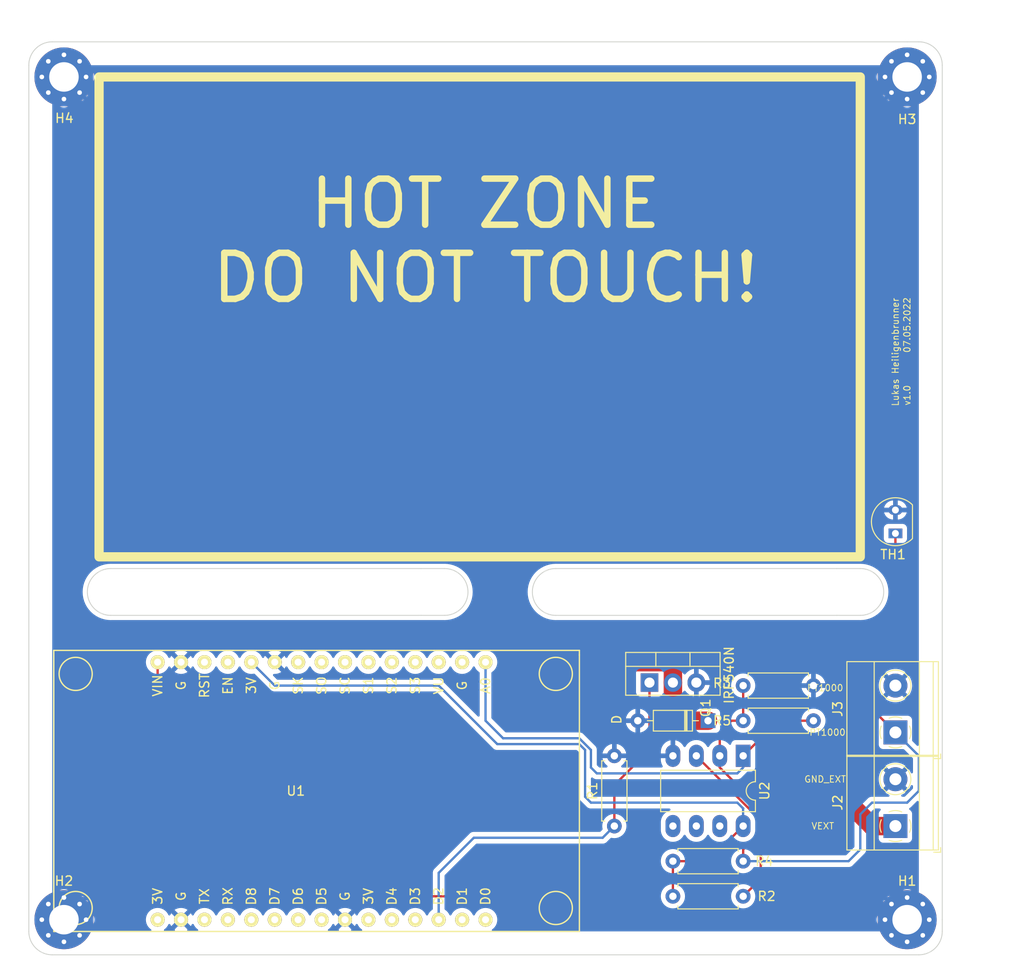
<source format=kicad_pcb>
(kicad_pcb (version 20211014) (generator pcbnew)

  (general
    (thickness 1.6)
  )

  (paper "A4")
  (title_block
    (title "SMD Reflow Solder")
    (rev "v1.0")
    (company "Lukas Heiligenbrunner")
  )

  (layers
    (0 "F.Cu" signal)
    (31 "B.Cu" signal)
    (32 "B.Adhes" user "B.Adhesive")
    (33 "F.Adhes" user "F.Adhesive")
    (34 "B.Paste" user)
    (35 "F.Paste" user)
    (36 "B.SilkS" user "B.Silkscreen")
    (37 "F.SilkS" user "F.Silkscreen")
    (38 "B.Mask" user)
    (39 "F.Mask" user)
    (40 "Dwgs.User" user "User.Drawings")
    (41 "Cmts.User" user "User.Comments")
    (42 "Eco1.User" user "User.Eco1")
    (43 "Eco2.User" user "User.Eco2")
    (44 "Edge.Cuts" user)
    (45 "Margin" user)
    (46 "B.CrtYd" user "B.Courtyard")
    (47 "F.CrtYd" user "F.Courtyard")
    (48 "B.Fab" user)
    (49 "F.Fab" user)
    (50 "User.1" user)
    (51 "User.2" user)
    (52 "User.3" user)
    (53 "User.4" user)
    (54 "User.5" user)
    (55 "User.6" user)
    (56 "User.7" user)
    (57 "User.8" user)
    (58 "User.9" user)
  )

  (setup
    (stackup
      (layer "F.SilkS" (type "Top Silk Screen"))
      (layer "F.Paste" (type "Top Solder Paste"))
      (layer "F.Mask" (type "Top Solder Mask") (thickness 0.01))
      (layer "F.Cu" (type "copper") (thickness 0.035))
      (layer "dielectric 1" (type "core") (thickness 1.51) (material "FR4") (epsilon_r 4.5) (loss_tangent 0.02))
      (layer "B.Cu" (type "copper") (thickness 0.035))
      (layer "B.Mask" (type "Bottom Solder Mask") (thickness 0.01))
      (layer "B.Paste" (type "Bottom Solder Paste"))
      (layer "B.SilkS" (type "Bottom Silk Screen"))
      (copper_finish "None")
      (dielectric_constraints no)
    )
    (pad_to_mask_clearance 0)
    (pcbplotparams
      (layerselection 0x00010fc_ffffffff)
      (disableapertmacros false)
      (usegerberextensions false)
      (usegerberattributes true)
      (usegerberadvancedattributes true)
      (creategerberjobfile true)
      (svguseinch false)
      (svgprecision 6)
      (excludeedgelayer true)
      (plotframeref false)
      (viasonmask false)
      (mode 1)
      (useauxorigin false)
      (hpglpennumber 1)
      (hpglpenspeed 20)
      (hpglpendiameter 15.000000)
      (dxfpolygonmode true)
      (dxfimperialunits true)
      (dxfusepcbnewfont true)
      (psnegative false)
      (psa4output false)
      (plotreference true)
      (plotvalue true)
      (plotinvisibletext false)
      (sketchpadsonfab false)
      (subtractmaskfromsilk false)
      (outputformat 1)
      (mirror false)
      (drillshape 0)
      (scaleselection 1)
      (outputdirectory "out/")
    )
  )

  (net 0 "")
  (net 1 "unconnected-(U1-Pad2)")
  (net 2 "unconnected-(U1-Pad4)")
  (net 3 "unconnected-(U1-Pad5)")
  (net 4 "unconnected-(U1-Pad6)")
  (net 5 "unconnected-(U1-Pad7)")
  (net 6 "unconnected-(U1-Pad8)")
  (net 7 "unconnected-(U1-Pad9)")
  (net 8 "unconnected-(U1-Pad12)")
  (net 9 "unconnected-(U1-Pad13)")
  (net 10 "unconnected-(U1-Pad16)")
  (net 11 "unconnected-(U1-Pad18)")
  (net 12 "unconnected-(U1-Pad19)")
  (net 13 "unconnected-(U1-Pad20)")
  (net 14 "unconnected-(U1-Pad21)")
  (net 15 "unconnected-(U1-Pad22)")
  (net 16 "unconnected-(U1-Pad23)")
  (net 17 "unconnected-(U1-Pad25)")
  (net 18 "unconnected-(U1-Pad26)")
  (net 19 "unconnected-(U1-Pad27)")
  (net 20 "unconnected-(U1-Pad29)")
  (net 21 "unconnected-(U1-Pad30)")
  (net 22 "VCC")
  (net 23 "GND")
  (net 24 "Net-(Q1-Pad1)")
  (net 25 "+3V3")
  (net 26 "Net-(R2-Pad2)")
  (net 27 "/ADC0")
  (net 28 "Net-(J3-Pad1)")
  (net 29 "unconnected-(U1-Pad3)")
  (net 30 "unconnected-(U2-Pad5)")
  (net 31 "unconnected-(U2-Pad6)")
  (net 32 "unconnected-(U2-Pad7)")

  (footprint "Resistor_THT:R_Axial_DIN0207_L6.3mm_D2.5mm_P7.62mm_Horizontal" (layer "F.Cu") (at 184.15 110.49))

  (footprint "MountingHole:MountingHole_3.2mm_M3_Pad_Via" (layer "F.Cu") (at 118.11 116.84))

  (footprint "Package_TO_SOT_THT:TO-220-3_Vertical" (layer "F.Cu") (at 181.61 91.115))

  (footprint "TerminalBlock_Phoenix:TerminalBlock_Phoenix_MKDS-1,5-2-5.08_1x02_P5.08mm_Horizontal" (layer "F.Cu") (at 208.28 96.52 90))

  (footprint "TerminalBlock_Phoenix:TerminalBlock_Phoenix_MKDS-1,5-2-5.08_1x02_P5.08mm_Horizontal" (layer "F.Cu") (at 208.28 106.68 90))

  (footprint "Resistor_THT:R_Axial_DIN0207_L6.3mm_D2.5mm_P7.62mm_Horizontal" (layer "F.Cu") (at 191.77 91.44))

  (footprint "Package_DIP:DIP-8_W7.62mm_LongPads" (layer "F.Cu") (at 191.77 99.06 -90))

  (footprint "MountingHole:MountingHole_3.2mm_M3_Pad_Via" (layer "F.Cu") (at 209.55 116.84))

  (footprint "ESP8266:NodeMCU-LoLinV3" (layer "F.Cu") (at 143.51 102.87 -90))

  (footprint "Package_TO_SOT_THT:TO-92-2" (layer "F.Cu") (at 208.28 74.93 90))

  (footprint "Resistor_THT:R_Axial_DIN0207_L6.3mm_D2.5mm_P7.62mm_Horizontal" (layer "F.Cu") (at 184.15 114.3))

  (footprint "MountingHole:MountingHole_3.2mm_M3_Pad_Via" (layer "F.Cu") (at 209.55 25.4))

  (footprint "Resistor_THT:R_Axial_DIN0207_L6.3mm_D2.5mm_P7.62mm_Horizontal" (layer "F.Cu") (at 177.8 106.68 90))

  (footprint "MountingHole:MountingHole_3.2mm_M3_Pad_Via" (layer "F.Cu") (at 118.11 25.4))

  (footprint "Resistor_THT:R_Axial_DIN0207_L6.3mm_D2.5mm_P7.62mm_Horizontal" (layer "F.Cu") (at 191.77 95.25))

  (footprint "Diode_THT:D_DO-35_SOD27_P7.62mm_Horizontal" (layer "F.Cu") (at 187.96 95.25 180))

  (gr_rect (start 121.92 25.4) (end 204.47 77.47) (layer "F.SilkS") (width 1) (fill none) (tstamp a152f063-a703-4c36-8f3f-666948886637))
  (gr_arc (start 123.19 83.82) (mid 120.65 81.28) (end 123.19 78.74) (layer "Edge.Cuts") (width 0.1) (tstamp 0bc88e76-2e2e-4cb4-8e06-f1c4d1253f61))
  (gr_arc (start 210.82 21.59) (mid 212.616051 22.333949) (end 213.36 24.13) (layer "Edge.Cuts") (width 0.1) (tstamp 2636e8c7-1d19-4048-89cd-0d5a1d0f3616))
  (gr_arc (start 213.36 118.11) (mid 212.616051 119.906051) (end 210.82 120.65) (layer "Edge.Cuts") (width 0.1) (tstamp 2d4ebdf5-600b-4a02-80c0-8613d77fd7f0))
  (gr_line (start 201.93 78.74) (end 204.47 78.74) (layer "Edge.Cuts") (width 0.1) (tstamp 363bb7e6-1115-48f7-9136-7e6eab648124))
  (gr_arc (start 171.45 83.82) (mid 168.91 81.28) (end 171.45 78.74) (layer "Edge.Cuts") (width 0.1) (tstamp 405a66d1-a84f-4752-83f8-f967dce9abca))
  (gr_line (start 201.93 83.82) (end 204.47 83.82) (layer "Edge.Cuts") (width 0.1) (tstamp 4cf7da03-5332-486c-aa34-68bf70cf8801))
  (gr_arc (start 204.47 78.74) (mid 207.01 81.28) (end 204.47 83.82) (layer "Edge.Cuts") (width 0.1) (tstamp 4f68486f-1ea9-4e69-9cf5-2365ef35979a))
  (gr_line (start 123.19 78.74) (end 156.845 78.74) (layer "Edge.Cuts") (width 0.1) (tstamp 55c15fc5-b5a9-43d7-9a88-bfa97086aa39))
  (gr_line (start 213.36 24.13) (end 213.36 116.84) (layer "Edge.Cuts") (width 0.1) (tstamp 5d52ecb2-7703-429d-9d6e-1d4065ec19b2))
  (gr_line (start 210.82 120.65) (end 116.84 120.65) (layer "Edge.Cuts") (width 0.1) (tstamp 67057d04-651f-4f55-b582-bd74269f0054))
  (gr_line (start 213.36 118.11) (end 213.36 116.84) (layer "Edge.Cuts") (width 0.1) (tstamp 6c4a9c47-b39e-4116-af07-d25fc075bc01))
  (gr_line (start 114.3 118.11) (end 114.3 24.13) (layer "Edge.Cuts") (width 0.1) (tstamp 6db957e6-8fd4-410a-83f4-6133ad518c4b))
  (gr_line (start 171.45 83.82) (end 201.93 83.82) (layer "Edge.Cuts") (width 0.1) (tstamp 84a61bcc-edb3-4f0a-b5ee-67ea7bf5fa50))
  (gr_arc (start 116.84 120.65) (mid 115.043949 119.906051) (end 114.3 118.11) (layer "Edge.Cuts") (width 0.1) (tstamp 8b9d1094-885a-498f-86cb-850195ff9047))
  (gr_line (start 171.45 78.74) (end 201.93 78.74) (layer "Edge.Cuts") (width 0.1) (tstamp a1c6121a-19fb-479d-8c88-f5f8bb896184))
  (gr_arc (start 114.3 24.13) (mid 115.043949 22.333949) (end 116.84 21.59) (layer "Edge.Cuts") (width 0.1) (tstamp aad4a83b-8cef-4ca6-99f0-718b538fd271))
  (gr_line (start 156.845 83.82) (end 159.385 83.82) (layer "Edge.Cuts") (width 0.1) (tstamp b7c39487-8f7b-4aac-a9b0-b8fb38f6405f))
  (gr_arc (start 159.385 78.74) (mid 161.925 81.28) (end 159.385 83.82) (layer "Edge.Cuts") (width 0.1) (tstamp bdbe3975-c63b-4400-934b-fd1b510361dc))
  (gr_line (start 116.84 21.59) (end 209.55 21.59) (layer "Edge.Cuts") (width 0.1) (tstamp ea5b4bfa-1915-4f97-877e-c393576dc740))
  (gr_line (start 156.845 78.74) (end 159.385 78.74) (layer "Edge.Cuts") (width 0.1) (tstamp f19a8eae-0230-4222-8201-8ff4c3ccb72a))
  (gr_line (start 123.19 83.82) (end 156.845 83.82) (layer "Edge.Cuts") (width 0.1) (tstamp f4e04a35-1b53-42a6-9fe4-09d51277124a))
  (gr_line (start 209.55 21.59) (end 210.82 21.59) (layer "Edge.Cuts") (width 0.1) (tstamp fe420f77-c9eb-481c-b9f6-270370590034))
  (gr_text "07.05.2022" (at 209.55 52.324 90) (layer "F.SilkS") (tstamp 09415402-d276-45b7-afb8-bf3974bf2a44)
    (effects (font (size 0.7 0.7) (thickness 0.1)))
  )
  (gr_text "Lukas Heiligenbrunner" (at 208.28 55.245 90) (layer "F.SilkS") (tstamp 0b1e5997-7cd1-4f74-a1f7-9972c74a00be)
    (effects (font (size 0.7 0.7) (thickness 0.1)))
  )
  (gr_text "PT1000" (at 200.66 91.694) (layer "F.SilkS") (tstamp 3b1c1768-766c-42cf-92e2-5ac179219634)
    (effects (font (size 0.7 0.7) (thickness 0.1)))
  )
  (gr_text "GND_EXT" (at 200.66 101.6) (layer "F.SilkS") (tstamp 4d8e08e2-d2ef-4e0b-94c4-a7c14b74b020)
    (effects (font (size 0.7 0.7) (thickness 0.1)))
  )
  (gr_text "HOT ZONE\nDO NOT TOUCH!" (at 163.83 43.18) (layer "F.SilkS") (tstamp 60e61964-6ea7-468c-b4d5-c464c2964fb4)
    (effects (font (size 5 5) (thickness 0.7)))
  )
  (gr_text "v1.0" (at 209.55 59.944 90) (layer "F.SilkS") (tstamp 842d9caa-951d-4df6-879c-ca93fb99c460)
    (effects (font (size 0.7 0.7) (thickness 0.1)))
  )
  (gr_text "PT1000" (at 200.914 96.52) (layer "F.SilkS") (tstamp b8ff5247-d7e9-49b7-a0d1-efa1eb141922)
    (effects (font (size 0.7 0.7) (thickness 0.1)))
  )
  (gr_text "VEXT" (at 200.406 106.68) (layer "F.SilkS") (tstamp f969ddd1-ef60-44d4-a55e-2fbb2fa16c5f)
    (effects (font (size 0.7 0.7) (thickness 0.1)))
  )
  (dimension (type aligned) (layer "Cmts.User") (tstamp 2d888120-70b2-4ada-b93e-953b16efebf9)
    (pts (xy 213.434615 21.59) (xy 213.434615 120.65))
    (height -5.005385)
    (gr_text "99.0600 mm" (at 217.29 71.12 90) (layer "Cmts.User") (tstamp 2d888120-70b2-4ada-b93e-953b16efebf9)
      (effects (font (size 1 1) (thickness 0.15)))
    )
    (format (units 3) (units_format 1) (precision 4))
    (style (thickness 0.15) (arrow_length 1.27) (text_position_mode 0) (extension_height 0.58642) (extension_offset 0.5) keep_text_aligned)
  )
  (dimension (type aligned) (layer "Cmts.User") (tstamp ac285884-6f03-4659-9705-75f1c21b3d37)
    (pts (xy 114.3 21.59) (xy 213.434615 21.59))
    (height -2.54)
    (gr_text "99.1346 mm" (at 163.867307 17.9) (layer "Cmts.User") (tstamp ac285884-6f03-4659-9705-75f1c21b3d37)
      (effects (font (size 1 1) (thickness 0.15)))
    )
    (format (units 3) (units_format 1) (precision 4))
    (style (thickness 0.15) (arrow_length 1.27) (text_position_mode 0) (extension_height 0.58642) (extension_offset 0.5) keep_text_aligned)
  )

  (segment (start 163.195 31.26997) (end 203.595 31.26997) (width 1) (layer "F.Cu") (net 22) (tstamp 00c49c24-fa02-4bb5-9f8f-2c16f6859afc))
  (segment (start 203.595 42.06998) (end 163.195 42.069979) (width 1) (layer "F.Cu") (net 22) (tstamp 025a693f-4071-4aa2-b7ff-99241bde17ad))
  (segment (start 163.195 62.469996) (end 203.595 62.469996) (width 1) (layer "F.Cu") (net 22) (tstamp 053da029-9baf-4dae-be35-19092d3b3ac8))
  (segment (start 203.595 27.669968) (end 163.195 27.669967) (width 1) (layer "F.Cu") (net 22) (tstamp 05465dab-68e4-43ee-8fa8-6820213376cf))
  (segment (start 163.195 34.869973) (end 122.795 34.869973) (width 1) (layer "F.Cu") (net 22) (tstamp 056b6957-c3a9-4470-932c-3c17802776df))
  (segment (start 203.595 68.47) (end 122.795 68.47) (width 1) (layer "F.Cu") (net 22) (tstamp 05b91425-aad6-49ee-8740-a96de404833e))
  (segment (start 122.795 38.469977) (end 163.195 38.469976) (width 1) (layer "F.Cu") (net 22) (tstamp 0995e392-6b3e-4a0b-8d7d-28501414ecc0))
  (segment (start 121.92 27.94) (end 121.285 28.575) (width 1) (layer "F.Cu") (net 22) (tstamp 0a1e2f4c-b0b8-4ee3-aa79-98c2de465440))
  (segment (start 122.795 31.269971) (end 163.195 31.26997) (width 1) (layer "F.Cu") (net 22) (tstamp 0adc4f52-4aa9-4047-81e5-80f651f6b595))
  (segment (start 124.329965 25.269965) (end 123.955035 25.269965) (width 1) (layer "F.Cu") (net 22) (tstamp 0e643485-d111-4e36-8c16-7e2f167cd000))
  (segment (start 122.795 62.469997) (end 163.195 62.469996) (width 1) (layer "F.Cu") (net 22) (tstamp 1049e344-86ce-4b21-9b0b-0c2a966cfdb2))
  (segment (start 167.64 88.9) (end 163.83 85.09) (width 2) (layer "F.Cu") (net 22) (tstamp 11ba7bcf-6e1b-4093-93c8-a5f6f15fcb2d))
  (segment (start 203.595 49.269986) (end 163.195 49.269985) (width 1) (layer "F.Cu") (net 22) (tstamp 128f684c-e58d-45f7-b47a-08f15fdbc546))
  (segment (start 163.195 64.869998) (end 203.595 64.869998) (width 1) (layer "F.Cu") (net 22) (tstamp 12969465-b21d-48c9-9674-38371543ee82))
  (segment (start 165.495 27.669967) (end 125.095 27.669967) (width 1) (layer "F.Cu") (net 22) (tstamp 13ad187f-20a7-4541-b5ff-59354daa6024))
  (segment (start 163.195 46.869983) (end 122.795 46.869983) (width 1) (layer "F.Cu") (net 22) (tstamp 14e26d17-31cf-474c-959e-0c5db48ed358))
  (segment (start 163.195 36.069974) (end 203.595 36.069974) (width 1) (layer "F.Cu") (net 22) (tstamp 14e3a03a-f73d-42bc-8ef5-2bf09a6bf2ac))
  (segment (start 163.195 54.069989) (end 122.795 54.069989) (width 1) (layer "F.Cu") (net 22) (tstamp 1a281d00-6fa5-46a3-bddb-f0be170b6e15))
  (segment (start 163.195 51.669987) (end 122.795 51.669987) (width 1) (layer "F.Cu") (net 22) (tstamp 1f82f067-196f-424c-b112-cc4d9c1424c3))
  (segment (start 179.07 114.3) (end 181.61 116.84) (width 0.25) (layer "F.Cu") (net 22) (tstamp 1fa91111-ab72-45d6-9052-31f54cf8cb24))
  (segment (start 121.285 76.835) (end 123.825 76.835) (width 1) (layer "F.Cu") (net 22) (tstamp 20e70d5f-7ee3-4564-8e38-771bcc35259b))
  (segment (start 122.795 74.47) (end 203.595 74.47) (width 1) (layer "F.Cu") (net 22) (tstamp 20ec9e03-fb84-4ea4-9756-5814b6c50c40))
  (segment (start 121.285 28.575) (end 120.65 29.21) (width 1) (layer "F.Cu") (net 22) (tstamp 253520aa-3f8b-46c6-9d60-21ccce71bb76))
  (segment (start 203.595 37.269976) (end 163.195 37.269975) (width 1) (layer "F.Cu") (net 22) (tstamp 289b2c71-fb8f-4044-95f3-61cf01a3cb55))
  (segment (start 167.005 76.87) (end 203.595 76.87) (width 1) (layer "F.Cu") (net 22) (tstamp 29335626-334c-48ee-bfb0-23f7a003767b))
  (segment (start 122.795 67.27) (end 203.595 67.27) (width 1) (layer "F.Cu") (net 22) (tstamp 305c87ba-7535-42c3-adfb-12b2744e34f1))
  (segment (start 128.27 111.76) (end 130.81 114.3) (width 0.25) (layer "F.Cu") (net 22) (tstamp 32e89bcc-cde7-41d9-8a90-e452de001392))
  (segment (start 163.195 50.469986) (end 203.595 50.469986) (width 1) (layer "F.Cu") (net 22) (tstamp 34933c4b-ad29-4e81-9097-c3f5b62a01bb))
  (segment (start 181.61 116.84) (end 201.93 116.84) (width 0.25) (layer "F.Cu") (net 22) (tstamp 34a811ee-c848-4c2e-8d75-9176061c1d96))
  (segment (start 167.005 83.82) (end 167.005 77.47) (width 2) (layer "F.Cu") (net 22) (tstamp 3b540f21-f367-49ba-b243-577231ab7ca6))
  (segment (start 163.195 55.26999) (end 203.595 55.26999) (width 1) (layer "F.Cu") (net 22) (tstamp 3f9ec3f4-0a7a-45ed-93d3-0753b5a87335))
  (segment (start 203.595 58.869994) (end 163.195 58.869993) (width 1) (layer "F.Cu") (net 22) (tstamp 45beae1e-bc53-460c-a35d-b55c04d322bd))
  (segment (start 187.96 95.25) (end 185.16 95.25) (width 2) (layer "F.Cu") (net 22) (tstamp 4ad26248-4d57-4a59-b21a-424d7a43ab9d))
  (segment (start 122.795 69.67) (end 203.595 69.67) (width 1) (layer "F.Cu") (net 22) (tstamp 4d0cf354-6cba-409e-8b1f-01c25193e27f))
  (segment (start 122.555 26.67) (end 121.92 27.305) (width 1) (layer "F.Cu") (net 22) (tstamp 4eed7352-f774-432b-9d3d-9088c1f91f04))
  (segment (start 163.195 52.869988) (end 203.595 52.869988) (width 1) (layer "F.Cu") (net 22) (tstamp 4eef0f6a-3440-4be7-9578-b69b7634d376))
  (segment (start 163.195 56.469991) (end 122.795 56.469991) (width 1) (layer "F.Cu") (net 22) (tstamp 4fa820d0-79d3-4cca-9446-4abf72b5b8eb))
  (segment (start 163.195 60.069994) (end 203.595 60.069994) (width 1) (layer "F.Cu") (net 22) (tstamp 59196db6-0fe7-4320-980f-621687432c82))
  (segment (start 208.585 106.685) (end 205.745 106.685) (width 2) (layer "F.Cu") (net 22) (tstamp 59ecad3a-03c7-4666-8831-22ddef786059))
  (segment (start 203.595 75.67) (end 122.795 75.67) (width 1) (layer "F.Cu") (net 22) (tstamp 5fd2b6bc-ef91-42d5-9099-c14240d7811b))
  (segment (start 163.195 58.869993) (end 122.795 58.869993) (width 1) (layer "F.Cu") (net 22) (tstamp 61fd858c-f09a-4ebf-8259-fccaf4ad67b2))
  (segment (start 163.195 38.469976) (end 203.595 38.469976) (width 1) (layer "F.Cu") (net 22) (tstamp 659d0b4e-837a-4aaf-81f2-838470316c05))
  (segment (start 184.15 94.24) (end 184.15 91.115) (width 2) (layer "F.Cu") (net 22) (tstamp 6649df7f-fb63-42ca-9cf0-66f6816034fc))
  (segment (start 122.795 60.069995) (end 163.195 60.069994) (width 1) (layer "F.Cu") (net 22) (tstamp 666c05f4-d222-40f6-8b54-fe5beead07bc))
  (segment (start 123.825 76.835) (end 159.385 76.835) (width 1) (layer "F.Cu") (net 22) (tstamp 66c1e686-50d1-4b5d-80b0-06d90a43a98e))
  (segment (start 159.385 76.835) (end 163.195 76.835) (width 1) (layer "F.Cu") (net 22) (tstamp 66c4f311-7152-4d75-aea5-0375005c6cd8))
  (segment (start 203.595 34.869974) (end 163.195 34.869973) (width 1) (layer "F.Cu") (net 22) (tstamp 68ede9e9-7176-40d9-90f2-f8e98d5fcf72))
  (segment (start 121.92 27.305) (end 121.92 27.94) (width 1) (layer "F.Cu") (net 22) (tstamp 6cb885f6-ed55-49f0-9c28-5ad0de8c9aa2))
  (segment (start 169.545 86.36) (end 167.005 83.82) (width 2) (layer "F.Cu") (net 22) (tstamp 6ec10226-9e5e-4f7f-9ecb-402526e1f58c))
  (segment (start 122.795 43.269981) (end 163.195 43.26998) (width 1) (layer "F.Cu") (net 22) (tstamp 6f0c5844-d585-49ba-bad5-168567b30d18))
  (segment (start 203.595 51.669988) (end 163.195 51.669987) (width 1) (layer "F.Cu") (net 22) (tstamp 75043c22-936a-48db-b0cd-523e6221c3fe))
  (segment (start 163.195 40.869978) (end 203.595 40.869978) (width 1) (layer "F.Cu") (net 22) (tstamp 7c9dee9e-2cc4-471b-8e98-76d17bb22cb0))
  (segment (start 203.595 73.27) (end 122.795 73.27) (width 1) (layer "F.Cu") (net 22) (tstamp 7cf6bb0d-3065-461f-a243-7766a5a5e8fc))
  (segment (start 201.93 86.36) (end 169.545 86.36) (width 2) (layer "F.Cu") (net 22) (tstamp 7e4a9392-d210-46be-a648-8122de237b21))
  (segment (start 122.795 52.869989) (end 163.195 52.869988) (width 1) (layer "F.Cu") (net 22) (tstamp 7f9768b6-ac9f-4892-b87b-b82b54bcba05))
  (segment (start 203.595 30.06997) (end 163.195 30.069969) (width 1) (layer "F.Cu") (net 22) (tstamp 7fe23449-fd56-4274-b6c4-babd05e071e4))
  (segment (start 125.095 26.469967) (end 125.095001 26.469966) (width 1) (layer "F.Cu") (net 22) (tstamp 8409b6ee-0ed3-4f14-a0d3-13c2f09c14ac))
  (segment (start 122.795 72.07) (end 203.595 72.07) (width 1) (layer "F.Cu") (net 22) (tstamp 841a2dd6-7fe0-4111-98f4-e8b1159d83b6))
  (segment (start 163.195 42.069979) (end 122.795 42.069979) (width 1) (layer "F.Cu") (net 22) (tstamp 8af83f89-8a89-412b-8b3e-2856f940f39a))
  (segment (start 163.195 49.269985) (end 122.795 49.269985) (width 1) (layer "F.Cu") (net 22) (tstamp 8c9b713c-62be-4d0a-971f-064a20be5fb9))
  (segment (start 122.795 64.869999) (end 163.195 64.869998) (width 1) (layer "F.Cu") (net 22) (tstamp 8e8d4dab-aa7e-4a85-9130-95386a0533b5))
  (segment (start 203.595 56.469992) (end 163.195 56.469991) (width 1) (layer "F.Cu") (net 22) (tstamp 8eecd065-6fd8-4781-8bbb-dcfa48e2fae8))
  (segment (start 167.005 76.87) (end 167.005 77.47) (width 1) (layer "F.Cu") (net 22) (tstamp 9143e0ea-2495-4a72-b74f-588bb4a0bd82))
  (segment (start 120.65 29.21) (end 120.65 76.2) (width 1) (layer "F.Cu") (net 22) (tstamp 955bcaf0-9fb1-42a2-aa9e-1e5ba9a3f733))
  (segment (start 205.745 113.025) (end 205.745 106.685) (width 0.25) (layer "F.Cu") (net 22) (tstamp 96daff65-db96-4e51-b843-dce13d338959))
  (segment (start 122.795 36.069975) (end 163.195 36.069974) (width 1) (layer "F.Cu") (net 22) (tstamp 98694d7c-719b-48c1-9c24-58782d741c3e))
  (segment (start 203.595 32.469972) (end 163.195 32.469971) (width 1) (layer "F.Cu") (net 22) (tstamp 9baea1c2-7292-466c-ac3c-faba4fb736cf))
  (segment (start 163.195 63.669997) (end 122.795 63.669997) (width 1) (layer "F.Cu") (net 22) (tstamp 9ce756c5-4e37-4237-9960-6376530d76e0))
  (segment (start 203.595 63.669998) (end 163.195 63.669997) (width 1) (layer "F.Cu") (net 22) (tstamp 9d892995-a075-427a-8b7a-d86b68fb0d08))
  (segment (start 163.555 30.069969) (end 123.155 30.069969) (width 1) (layer "F.Cu") (net 22) (tstamp 9f452dc2-1506-4a82-b59d-10f26cecb000))
  (segment (start 185.16 95.25) (end 184.15 94.24) (width 2) (layer "F.Cu") (net 22) (tstamp 9fd88bdb-0332-411a-9311-aaf488d4bb4e))
  (segment (start 203.595 54.06999) (end 163.195 54.069989) (width 1) (layer "F.Cu") (net 22) (tstamp a563e8fc-09cf-4604-af27-0a2b39806392))
  (segment (start 122.795 45.669983) (end 163.195 45.669982) (width 1) (layer "F.Cu") (net 22) (tstamp a74b2067-f102-4d70-8bef-b7d7b7103a1f))
  (segment (start 122.795 57.669993) (end 163.195 57.669992) (width 1) (layer "F.Cu") (net 22) (tstamp ac4972ac-a6e2-4bde-94c6-f59a29455422))
  (segment (start 122.795 48.069985) (end 163.195 48.069984) (width 1) (layer "F.Cu") (net 22) (tstamp ac65d7e5-8d37-4ad2-b44a-c6827695a55d))
  (segment (start 130.81 114.3) (end 179.07 114.3) (width 0.25) (layer "F.Cu") (net 22) (tstamp ad5798ae-dc01-41c7-8480-56c0574d5f53))
  (segment (start 122.795 33.669973) (end 163.195 33.669972) (width 1) (layer "F.Cu") (net 22) (tstamp ad5dd660-a08f-4e11-8eed-d384464f4b53))
  (segment (start 128.27 88.9) (end 128.27 111.76) (width 0.25) (layer "F.Cu") (net 22) (tstamp ad663d44-1b62-4924-9d89-035fcbecdc6a))
  (segment (start 163.195 44.469981) (end 122.795 44.469981) (width 1) (layer "F.Cu") (net 22) (tstamp ad72ae36-220b-4090-8e7f-ba3303752e03))
  (segment (start 163.195 66.069999) (end 122.795 66.069999) (width 1) (layer "F.Cu") (net 22) (tstamp ae460e76-e2d6-4d6b-a92a-bb385de3b769))
  (segment (start 163.195 33.669972) (end 203.595 33.669972) (width 1) (layer "F.Cu") (net 22) (tstamp b004be41-19f4-4bdb-9100-99e3e39beefc))
  (segment (start 125.095001 26.469966) (end 203.595 26.469966) (width 1) (layer "F.Cu") (net 22) (tstamp b4c889b8-a3fc-4833-b8de-3636b3b3c0da))
  (segment (start 163.195 43.26998) (end 203.595 43.26998) (width 1) (layer "F.Cu") (net 22) (tstamp b56841ee-427a-4b49-93f8-b377cf897f4e))
  (segment (start 184.15 91.115) (end 184.15 89.303478) (width 2) (layer "F.Cu") (net 22) (tstamp b74d6e5f-82cf-47d0-9beb-f25fe4202b3d))
  (segment (start 123.955035 25.269965) (end 122.555 26.67) (width 1) (layer "F.Cu") (net 22) (tstamp b84e76dd-0ce6-4107-9932-e365910145c6))
  (segment (start 163.195 32.469971) (end 122.795 32.469971) (width 1) (layer "F.Cu") (net 22) (tstamp b87718bd-1fb3-4622-bfdc-4395efd3c93d))
  (segment (start 122.795 50.469987) (end 163.195 50.469986) (width 1) (layer "F.Cu") (net 22) (tstamp ba5d500f-a76e-47c5-8ee9-784a6ff80e75))
  (segment (start 163.195 28.869968) (end 203.595 28.869968) (width 1) (layer "F.Cu") (net 22) (tstamp baba532e-f51c-401b-853c-0553b4181edb))
  (segment (start 203.2 87.63) (end 201.93 86.36) (width 2) (layer "F.Cu") (net 22) (tstamp bb9bd28f-ce90-4f01-bd57-5bc8264fc1de))
  (segment (start 203.595 46.869984) (end 163.195 46.869983) (width 1) (layer "F.Cu") (net 22) (tstamp be35d15c-d086-4060-9b24-e8162791f76c))
  (segment (start 163.195 45.669982) (end 203.595 45.669982) (width 1) (layer "F.Cu") (net 22) (tstamp c433538f-3126-43cf-bce0-385b414f356a))
  (segment (start 163.195 76.835) (end 163.83 77.47) (width 1) (layer "F.Cu") (net 22) (tstamp c618343e-e3fe-4ea2-a0d2-34a6291192d2))
  (segment (start 203.595 66.07) (end 163.195 66.069999) (width 1) (layer "F.Cu") (net 22) (tstamp c91e692b-5a1f-425a-8ea2-168f6b119db5))
  (segment (start 163.195 57.669992) (end 203.595 57.669992) (width 1) (layer "F.Cu") (net 22) (tstamp ca696faa-2f13-4ca3-acbb-fc1d21caf438))
  (segment (start 123.155 28.869969) (end 163.555 28.869968) (width 1) (layer "F.Cu") (net 22) (tstamp ce8ccecf-d37b-43bc-87e6-fb4df66735d3))
  (segment (start 203.595 61.269996) (end 163.195 61.269995) (width 1) (layer "F.Cu") (net 22) (tstamp cf2cd12a-c90a-46f8-9390-fba5b09937c2))
  (segment (start 203.595 25.269966) (end 163.795 25.269965) (width 1) (layer "F.Cu") (net 22) (tstamp d0d73403-9d97-4743-920c-0b087d128703))
  (segment (start 163.795 25.269965) (end 124.329965 25.269965) (width 1) (layer "F.Cu") (net 22) (tstamp d1b3e5d2-8e13-4b51-a6b9-b4dfc7cf5bde))
  (segment (start 163.195 37.269975) (end 122.795 37.269975) (width 1) (layer "F.Cu") (net 22) (tstamp d2da4af9-fb87-47ec-8105-1060e2490ec5))
  (segment (start 201.93 116.84) (end 205.745 113.025) (width 0.25) (layer "F.Cu") (net 22) (tstamp d3af0cc4-b680-4806-b1eb-effcc59a9c55))
  (segment (start 120.65 76.2) (end 121.285 76.835) (width 1) (layer "F.Cu") (net 22) (tstamp d7eff8e4-8c7d-451d-aefb-db3f916bcafd))
  (segment (start 203.2 104.14) (end 203.2 87.63) (width 2) (layer "F.Cu") (net 22) (tstamp da7fe5d7-d236-4aac-b6de-71d4cbe7aeb2))
  (segment (start 163.83 85.09) (end 163.83 77.47) (width 2) (layer "F.Cu") (net 22) (tstamp df369473-a2b4-469f-aca7-f61c08342751))
  (segment (start 163.195 61.269995) (end 122.795 61.269995) (width 1) (layer "F.Cu") (net 22) (tstamp e8503e88-dbf5-41d2-88ff-98c8bffe2adf))
  (segment (start 122.795 40.869979) (end 163.195 40.869978) (width 1) (layer "F.Cu") (net 22) (tstamp e89d6753-3b1b-4fdd-adf1-7d485324ee64))
  (segment (start 163.195 39.669977) (end 122.795 39.669977) (width 1) (layer "F.Cu") (net 22) (tstamp e8d5def1-efd0-493f-90d1-86f6f58e696f))
  (segment (start 122.795 55.269991) (end 163.195 55.26999) (width 1) (layer "F.Cu") (net 22) (tstamp ea6a0295-65fa-4095-ab70-42cea0776271))
  (segment (start 203.595 70.87) (end 122.795 70.87) (width 1) (layer "F.Cu") (net 22) (tstamp ec7729c3-7728-4324-b1a1-a7fcd8618e09))
  (segment (start 205.745 106.685) (end 203.2 104.14) (width 2) (layer "F.Cu") (net 22) (tstamp ef611875-aec2-4afd-9772-c8bdd0b82c42))
  (segment (start 184.15 89.303478) (end 183.746522 88.9) (width 2) (layer "F.Cu") (net 22) (tstamp f034c802-ec37-4ab1-9094-01ddefb51130))
  (segment (start 183.746522 88.9) (end 167.64 88.9) (width 2) (layer "F.Cu") (net 22) (tstamp f0fa1c87-2cee-4686-8d2f-981da3e3cc47))
  (segment (start 203.595 39.669978) (end 163.195 39.669977) (width 1) (layer "F.Cu") (net 22) (tstamp f1e737d6-313d-423e-8719-615ae5f44feb))
  (segment (start 163.195 48.069984) (end 203.595 48.069984) (width 1) (layer "F.Cu") (net 22) (tstamp f425f834-beb6-4452-816f-71b5909a8b83))
  (segment (start 203.595 44.469982) (end 163.195 44.469981) (width 1) (layer "F.Cu") (net 22) (tstamp f62fddf8-d0a3-4f90-83ee-5ed435f1ea5a))
  (arc (start 204.195 73.87) (mid 204.019264 73.445736) (end 203.595 73.27) (width 1) (layer "F.Cu") (net 22) (tstamp 0087cdde-c01d-4f73-8508-043a13b1f47c))
  (arc (start 122.195 65.469999) (mid 122.370736 65.045735) (end 122.795 64.869999) (width 1) (layer "F.Cu") (net 22) (tstamp 017f9586-faad-46da-9f47-ec88ea352430))
  (arc (start 204.195 52.269988) (mid 204.019264 51.845724) (end 203.595 51.669988) (width 1) (layer "F.Cu") (net 22) (tstamp 02c7301e-0042-442a-b601-ce607ced1f65))
  (arc (start 122.795 66.069999) (mid 122.370736 65.894263) (end 122.195 65.469999) (width 1) (layer "F.Cu") (net 22) (tstamp 045fda15-deea-41af-996d-e031f99c198f))
  (arc (start 122.795 51.669987) (mid 122.370736 51.494251) (end 122.195 51.069987) (width 1) (layer "F.Cu") (net 22) (tstamp 05dd91a8-1fb7-456c-87b1-88d1df40b7c8))
  (arc (start 204.195 71.47) (mid 204.019264 71.045736) (end 203.595 70.87) (width 1) (layer "F.Cu") (net 22) (tstamp 0b79bc60-8ee0-4a9f-b333-08afaf73c8bf))
  (arc (start 122.195 72.67) (mid 122.370736 72.245736) (end 122.795 72.07) (width 1) (layer "F.Cu") (net 22) (tstamp 0d030a4e-0df3-4b09-a32f-4dcd2ad2a757))
  (arc (start 122.795 44.469981) (mid 122.370736 44.294245) (end 122.195 43.869981) (width 1) (layer "F.Cu") (net 22) (tstamp 0d9053d8-f94d-4e60-be2b-fd3d813ced19))
  (arc (start 122.795 58.869993) (mid 122.370736 58.694257) (end 122.195 58.269993) (width 1) (layer "F.Cu") (net 22) (tstamp 0dec25fa-ab56-4691-90dd-394a6c02e3ac))
  (arc (start 122.195 34.269973) (mid 122.370736 33.845709) (end 122.795 33.669973) (width 1) (layer "F.Cu") (net 22) (tstamp 110d95f0-4f97-472b-a675-ca5d38da7bfe))
  (arc (start 203.595 50.469986) (mid 204.019264 50.29425) (end 204.195 49.869986) (width 1) (layer "F.Cu") (net 22) (tstamp 11363c1e-61e8-4366-91e5-be1f2f3bad0a))
  (arc (start 122.795 75.67) (mid 122.370736 75.494264) (end 122.195 75.07) (width 1) (layer "F.Cu") (net 22) (tstamp 1b6e7343-d0ef-49a4-8c29-1694e8fae756))
  (arc (start 203.595 69.67) (mid 204.019264 69.494264) (end 204.195 69.07) (width 1) (layer "F.Cu") (net 22) (tstamp 28f56385-c371-4bbe-a119-68e37769280f))
  (arc (start 203.595 31.26997) (mid 204.019264 31.094234) (end 204.195 30.66997) (width 1) (layer "F.Cu") (net 22) (tstamp 2d0913b6-7d96-42e3-a92f-6267c437e548))
  (arc (start 122.795 46.869983) (mid 122.370736 46.694247) (end 122.195 46.269983) (width 1) (layer "F.Cu") (net 22) (tstamp 304ac504-f49e-4246-a2f2-de5699a9f68d))
  (arc (start 204.195 54.66999) (mid 204.019264 54.245726) (end 203.595 54.06999) (width 1) (layer "F.Cu") (net 22) (tstamp 381642ea-3d59-4fd6-aa31-d58766119cfd))
  (arc (start 204.195 25.869966) (mid 204.019264 25.445702) (end 203.595 25.269966) (width 1) (layer "F.Cu") (net 22) (tstamp 3c333028-cb48-4a61-af54-41c7197149c0))
  (arc (start 204.195 45.069982) (mid 204.019264 44.645718) (end 203.595 44.469982) (width 1) (layer "F.Cu") (net 22) (tstamp 3ff7219c-10b8-4b91-b02c-e675e58566f7))
  (arc (start 203.595 76.87) (mid 204.019264 76.694264) (end 204.195 76.27) (width 1) (layer "F.Cu") (net 22) (tstamp 418002fc-579b-490f-a965-bc3dff38ac23))
  (arc (start 122.795 68.47) (mid 122.370736 68.294264) (end 122.195 67.87) (width 1) (layer "F.Cu") (net 22) (tstamp 46c52a27-f0c8-441b-912f-907ff9013285))
  (arc (start 122.195 70.27) (mid 122.370736 69.845736) (end 122.795 69.67) (width 1) (layer "F.Cu") (net 22) (tstamp 494dbc2c-493a-4c6b-8982-29a2ac78faa8))
  (arc (start 122.795 54.069989) (mid 122.370736 53.894253) (end 122.195 53.469989) (width 1) (layer "F.Cu") (net 22) (tstamp 49c86edb-ad7a-4d6c-b991-7bf7fae9fe9e))
  (arc (start 122.195 51.069987) (mid 122.370736 50.645723) (end 122.795 50.469987) (width 1) (layer "F.Cu") (net 22) (tstamp 580b2ce8-7537-4b3f-b5a8-e394ceaf9382))
  (arc (start 203.595 72.07) (mid 204.019264 71.894264) (end 204.195 71.47) (width 1) (layer "F.Cu") (net 22) (tstamp 5a941b2b-5ec2-4ad3-ae73-2ef66c9f138a))
  (arc (start 122.555 29.469969) (mid 122.730736 29.045705) (end 123.155 28.869969) (width 1) (layer "F.Cu") (net 22) (tstamp 5c21f037-2a29-431c-ac29-a6256be17add))
  (arc (start 204.195 49.869986) (mid 204.019264 49.445722) (end 203.595 49.269986) (width 1) (layer "F.Cu") (net 22) (tstamp 60a390d0-4d9d-443e-811f-e7984111f8db))
  (arc (start 203.595 64.869998) (mid 204.019264 64.694262) (end 204.195 64.269998) (width 1) (layer "F.Cu") (net 22) (tstamp 66f6d495-a96f-46a3-b875-1b505adb1982))
  (arc (start 122.795 63.669997) (mid 122.370736 63.494261) (end 122.195 63.069997) (width 1) (layer "F.Cu") (net 22) (tstamp 6753638f-4291-464e-b0e0-da333670f45c))
  (arc (start 204.195 33.069972) (mid 204.019264 32.645708) (end 203.595 32.469972) (width 1) (layer "F.Cu") (net 22) (tstamp 68832f74-c1f8-44d1-a01a-01a103970d68))
  (arc (start 203.595 60.069994) (mid 204.019264 59.894258) (end 204.195 59.469994) (width 1) (layer "F.Cu") (net 22) (tstamp 6a4005a7-7217-483d-949f-cac7a311f5c3))
  (arc (start 122.195 63.069997) (mid 122.370736 62.645733) (end 122.795 62.469997) (width 1) (layer "F.Cu") (net 22) (tstamp 6ac29cd5-3fff-4a91-91c2-c0e1cb5a0710))
  (arc (start 124.495 27.069967) (mid 124.670736 26.645703) (end 125.095 26.469967) (width 1) (layer "F.Cu") (net 22) (tstamp 71bb060a-dec8-48de-aa40-1c1eac2a43cf))
  (arc (start 204.195 40.269978) (mid 204.019264 39.845714) (end 203.595 39.669978) (width 1) (layer "F.Cu") (net 22) (tstamp 72d5bc0f-ce21-4b79-b99a-adb62ef92001))
  (arc (start 122.795 56.469991) (mid 122.370736 56.294255) (end 122.195 55.869991) (width 1) (layer "F.Cu") (net 22) (tstamp 75440d8c-164b-4c6c-bb20-2ce532c08a69))
  (arc (start 122.195 46.269983) (mid 122.370736 45.845719) (end 122.795 45.669983) (width 1) (layer "F.Cu") (net 22) (tstamp 7b92aa5d-275c-4002-855e-637d48d86d0b))
  (arc (start 203.595 48.069984) (mid 204.019264 47.894248) (end 204.195 47.469984) (width 1) (layer "F.Cu") (net 22) (tstamp 7bf7f78e-d04b-4c6f-a8ab-69ecfbae25ab))
  (arc (start 122.195 67.87) (mid 122.370736 67.445736) (end 122.795 67.27) (width 1) (layer "F.Cu") (net 22) (tstamp 7dbbb538-88b7-4ce1-b500-58324e52d0d0))
  (arc (start 203.595 45.669982) (mid 204.019264 45.494246) (end 204.195 45.069982) (width 1) (layer "F.Cu") (net 22) (tstamp 7efc035b-12d4-4ead-ab29-366001acd2af))
  (arc (start 203.595 28.869968) (mid 204.019264 28.694232) (end 204.195 28.269968) (width 1) (layer "F.Cu") (net 22) (tstamp 84822627-910e-494f-ad1e-c00072c1d692))
  (arc (start 122.195 31.869971) (mid 122.370736 31.445707) (end 122.795 31.269971) (width 1) (layer "F.Cu") (net 22) (tstamp 865495c0-fa1b-446f-b09c-8d5b550cb73a))
  (arc (start 203.595 74.47) (mid 204.019264 74.294264) (end 204.195 73.87) (width 1) (layer "F.Cu") (net 22) (tstamp 8a332154-f5e9-4756-85e8-9462eb46c624))
  (arc (start 122.795 37.269975) (mid 122.370736 37.094239) (end 122.195 36.669975) (width 1) (layer "F.Cu") (net 22) (tstamp 90209a8b-68c1-4d87-9ec2-dd129349049d))
  (arc (start 122.795 70.87) (mid 122.370736 70.694264) (end 122.195 70.27) (width 1) (layer "F.Cu") (net 22) (tstamp 953e2e7a-d522-4a3e-9df0-b6e5f788d5b9))
  (arc (start 203.595 55.26999) (mid 204.019264 55.094254) (end 204.195 54.66999) (width 1) (layer "F.Cu") (net 22) (tstamp 9ca9423d-c8c2-40ee-9ef5-b7223c891816))
  (arc (start 203.595 67.27) (mid 204.019264 67.094264) (end 204.195 66.67) (width 1) (layer "F.Cu") (net 22) (tstamp a187dbbc-08ac-4146-9ec7-7e64cf998037))
  (arc (start 204.195 64.269998) (mid 204.019264 63.845734) (end 203.595 63.669998) (width 1) (layer "F.Cu") (net 22) (tstamp a72a1803-bd3c-4991-ae93-3abfb4a9cd70))
  (arc (start 203.595 62.469996) (mid 204.019264 62.29426) (end 204.195 61.869996) (width 1) (layer "F.Cu") (net 22) (tstamp aad38ed4-a525-408a-9cea-979090236fdd))
  (arc (start 122.195 53.469989) (mid 122.370736 53.045725) (end 122.795 52.869989) (width 1) (layer "F.Cu") (net 22) (tstamp af4a9bd5-2520-4a40-b4b0-0d6f4ac63aef))
  (arc (start 122.795 34.869973) (mid 122.370736 34.694237) (end 122.195 34.269973) (width 1) (layer "F.Cu") (net 22) (tstamp b13f73b1-0555-4196-a1b4-5457f0ad6372))
  (arc (start 204.195 69.07) (mid 204.019264 68.645736) (end 203.595 68.47) (width 1) (layer "F.Cu") (net 22) (tstamp b182ed7f-3304-4da0-9e9e-152cc85be66b))
  (arc (start 204.195 61.869996) (mid 204.019264 61.445732) (end 203.595 61.269996) (width 1) (layer "F.Cu") (net 22) (tstamp c0cada8c-253e-4493-88c6-0cf7ad118cd6))
  (arc (start 125.095 27.669967) (mid 124.670736 27.494231) (end 124.495 27.069967) (width 1) (layer "F.Cu") (net 22) (tstamp c2172f6e-7dcc-4b2e-ada5-dbec0e58ae32))
  (arc (start 204.195 76.27) (mid 204.019264 75.845736) (end 203.595 75.67) (width 1) (layer "F.Cu") (net 22) (tstamp c23f0861-96fe-436c-a5b5-a8ef6466b9c8))
  (arc (start 122.795 49.269985) (mid 122.370736 49.094249) (end 122.195 48.669985) (width 1) (layer "F.Cu") (net 22) (tstamp c2a01440-47e9-44a0-9cb5-5cc5953e356d))
  (arc (start 204.195 59.469994) (mid 204.019264 59.04573) (end 203.595 58.869994) (width 1) (layer "F.Cu") (net 22) (tstamp c3460a28-b00c-4906-82b2-251e0a83f716))
  (arc (start 203.595 33.669972) (mid 204.019264 33.494236) (end 204.195 33.069972) (width 1) (layer "F.Cu") (net 22) (tstamp c7f92ae3-b85a-4a4a-aefb-5e8666f2dfb4))
  (arc (start 122.795 32.469971) (mid 122.370736 32.294235) (end 122.195 31.869971) (width 1) (layer "F.Cu") (net 22) (tstamp c8e96304-5201-45d8-b78b-25c6d639fc53))
  (arc (start 204.195 42.66998) (mid 204.019264 42.245716) (end 203.595 42.06998) (width 1) (layer "F.Cu") (net 22) (tstamp cda07037-fe67-4793-994b-a90b4440b390))
  (arc (start 204.195 66.67) (mid 204.019264 66.245736) (end 203.595 66.07) (width 1) (layer "F.Cu") (net 22) (tstamp cdca300a-d565-4405-8002-bd431eea37eb))
  (arc (start 122.195 41.469979) (mid 122.370736 41.045715) (end 122.795 40.869979) (width 1) (layer "F.Cu") (net 22) (tstamp d188e49b-023f-4930-8a0e-7a88098272ba))
  (arc (start 203.595 38.469976) (mid 204.019264 38.29424) (end 204.195 37.869976) (width 1) (layer "F.Cu") (net 22) (tstamp d324ea21-de31-41ba-898b-1b03a3ae6125))
  (arc (start 122.195 75.07) (mid 122.370736 74.645736) (end 122.795 74.47) (width 1) (layer "F.Cu") (net 22) (tstamp d366d708-3868-408c-a69c-bdc5ebf005cb))
  (arc (start 203.595 52.869988) (mid 204.019264 52.694252) (end 204.195 52.269988) (width 1) (layer "F.Cu") (net 22) (tstamp d39b14e4-e9cc-43ab-97f7-1724ecd3b8d2))
  (arc (start 203.595 43.26998) (mid 204.019264 43.094244) (end 204.195 42.66998) (width 1) (layer "F.Cu") (net 22) (tstamp d3ae4213-7ddb-41e3-861b-f59a5fd9c1b4))
  (arc (start 204.195 35.469974) (mid 204.019264 35.04571) (end 203.595 34.869974) (width 1) (layer "F.Cu") (net 22) (tstamp d57c87aa-525e-4a34-a27e-a01d343d663e))
  (arc (start 122.195 58.269993) (mid 122.370736 57.845729) (end 122.795 57.669993) (width 1) (layer "F.Cu") (net 22) (tstamp d6033f7b-6774-4eb4-a358-0c697ca76e2a))
  (arc (start 203.595 26.469966) (mid 204.019264 26.29423) (end 204.195 25.869966) (width 1) (layer "F.Cu") (net 22) (tstamp d7007eb8-25c1-4d2b-9ea6-3a41e5236003))
  (arc (start 203.595 40.869978) (mid 204.019264 40.694242) (end 204.195 40.269978) (width 1) (layer "F.Cu") (net 22) (tstamp ddc5ff43-a961-4b34-b74e-b0224576422e))
  (arc (start 122.195 48.669985) (mid 122.370736 48.245721) (end 122.795 48.069985) (width 1) (layer "F.Cu") (net 22) (tstamp dde2add6-f683-4534-b124-abfc513c52f8))
  (arc (start 122.795 39.669977) (mid 122.370736 39.494241) (end 122.195 39.069977) (width 1) (layer "F.Cu") (net 22) (tstamp de464a92-020d-4ea3-8337-8b2c7150b51c))
  (arc (start 122.795 42.069979) (mid 122.370736 41.894243) (end 122.195 41.469979) (width 1) (layer "F.Cu") (net 22) (tstamp e29b394b-8b43-48bc-b2cc-615ef72dc69d))
  (arc (start 123.155 30.069969) (mid 122.730736 29.894233) (end 122.555 29.469969) (width 1) (layer "F.Cu") (net 22) (tstamp e35f1c62-b1de-4f15-ae18-5551233a0526))
  (arc (start 203.595 36.069974) (mid 204.019264 35.894238) (end 204.195 35.469974) (width 1) (layer "F.Cu") (net 22) (tstamp e39e6eda-f577-452d-be21-65f3249c5167))
  (arc (start 204.195 47.469984) (mid 204.019264 47.04572) (end 203.595 46.869984) (width 1) (layer "F.Cu") (net 22) (tstamp e44b7e4f-d260-4fbf-a166-bce2694d5ccc))
  (arc (start 204.195 30.66997) (mid 204.019264 30.245706) (end 203.595 30.06997) (width 1) (layer "F.Cu") (net 22) (tstamp e6477a12-92ff-4f0c-aaaf-d41bb3f02898))
  (arc (start 204.195 28.269968) (mid 204.019264 27.845704) (end 203.595 27.669968) (width 1) (layer "F.Cu") (net 22) (tstamp e874220b-d622-4c61-ad25-426da545260d))
  (arc (start 122.795 61.269995) (mid 122.370736 61.094259) (end 122.195 60.669995) (width 1) (layer "F.Cu") (net 22) (tstamp ee29328b-47f8-49ca-b499-89ac6a664674))
  (arc (start 122.195 39.069977) (mid 122.370736 38.645713) (end 122.795 38.469977) (width 1) (layer "F.Cu") (net 22) (tstamp f04f0e62-8e6e-484f-a192-e7cd1ec31a5d))
  (arc (start 122.195 55.869991) (mid 122.370736 55.445727) (end 122.795 55.269991) (width 1) (layer "F.Cu") (net 22) (tstamp f0e819b1-c0a5-4bad-821f-fcde95d6fb99))
  (arc (start 204.195 37.869976) (mid 204.019264 37.445712) (end 203.595 37.269976) (width 1) (layer "F.Cu") (net 22) (tstamp f1d7dd34-bdde-4bcf-957d-ac151ae67aea))
  (arc (start 122.795 73.27) (mid 122.370736 73.094264) (end 122.195 72.67) (width 1) (layer "F.Cu") (net 22) (tstamp f3ea0f6f-0e5d-4f60-8b40-f8363219689a))
  (arc (start 204.195 57.069992) (mid 204.019264 56.645728) (end 203.595 56.469992) (width 1) (layer "F.Cu") (net 22) (tstamp f3fcc653-675e-48de-973d-bd4b6fb95c28))
  (arc (start 122.195 43.869981) (mid 122.370736 43.445717) (end 122.795 43.269981) (width 1) (layer "F.Cu") (net 22) (tstamp f4fcb3b0-06d8-4162-9f0d-b5c65051967c))
  (arc (start 203.595 57.669992) (mid 204.019264 57.494256) (end 204.195 57.069992) (width 1) (layer "F.Cu") (net 22) (tstamp faa82c05-6b80-4c5a-a834-7ae86348751e))
  (arc (start 122.195 60.669995) (mid 122.370736 60.245731) (end 122.795 60.069995) (width 1) (layer "F.Cu") (net 22) (tstamp fc16c190-cd05-4114-aed7-0e60c502a5f8))
  (arc (start 122.195 36.669975) (mid 122.370736 36.245711) (end 122.795 36.069975) (width 1) (layer "F.Cu") (net 22) (tstamp fcd0f1cb-09f1-4a2f-9d25-c8e63e83ce4e))
  (segment (start 181.61 91.115) (end 181.61 98.425) (width 0.25) (layer "F.Cu") (net 24) (tstamp 2f641fd5-2d84-4fd5-b737-05641328e271))
  (segment (start 177.8 106.68) (end 177.8 102.235) (width 0.25) (layer "F.Cu") (net 24) (tstamp 49fe882a-08c8-4af7-b84b-33d3e13c81eb))
  (segment (start 181.61 98.425) (end 180.975 99.06) (width 0.25) (layer "F.Cu") (net 24) (tstamp 7da4fdb1-b30e-43da-8a1a-cc51781ed841))
  (segment (start 177.8 102.235) (end 180.975 99.06) (width 0.25) (layer "F.Cu") (net 24) (tstamp 82e9d667-68ea-4256-a9f4-2f0a2d5d0114))
  (segment (start 158.75 116.84) (end 158.75 111.76) (width 0.25) (layer "B.Cu") (net 24) (tstamp 2a88ea6c-4dbb-46a3-b6b5-f48a8ce15f14))
  (segment (start 162.56 107.95) (end 176.53 107.95) (width 0.25) (layer "B.Cu") (net 24) (tstamp 745c1d82-2baa-47c4-a938-5762d3654dd7))
  (segment (start 158.75 111.76) (end 162.56 107.95) (width 0.25) (layer "B.Cu") (net 24) (tstamp 92d575ea-78bc-4641-96a9-fdb71d7d1f74))
  (segment (start 176.53 107.95) (end 177.8 106.68) (width 0.25) (layer "B.Cu") (net 24) (tstamp fad0ca1e-f5ec-4036-98e9-483ab0c67a32))
  (segment (start 187.96 110.49) (end 191.76 106.69) (width 0.25) (layer "F.Cu") (net 25) (tstamp 1a176beb-23bb-480c-8d65-a318418883e1))
  (segment (start 184.15 110.49) (end 187.96 110.49) (width 0.25) (layer "F.Cu") (net 25) (tstamp 8e8fae40-fe81-46ea-bbda-60c5bf9e8da3))
  (segment (start 184.15 114.3) (end 184.15 110.49) (width 0.25) (layer "F.Cu") (net 25) (tstamp a13349c4-cc9f-4bcd-bf4c-2db4ef416347))
  (segment (start 184.16 110.48) (end 184.15 110.49) (width 0.25) (layer "F.Cu") (net 25) (tstamp e5a289d5-2d8e-4647-97f9-0f74876123ea))
  (segment (start 174.625 98.425) (end 174.625 103.505) (width 0.25) (layer "B.Cu") (net 25) (tstamp 3b65d9dd-0d35-4098-ac1c-fe0afc4c7218))
  (segment (start 175.26 104.14) (end 191.135 104.14) (width 0.25) (layer "B.Cu") (net 25) (tstamp 3eece5a8-1f03-4adc-839b-89d38214b639))
  (segment (start 165.1 97.79) (end 173.99 97.79) (width 0.25) (layer "B.Cu") (net 25) (tstamp 625642d7-75b9-4c54-9ec8-63ce71a2d265))
  (segment (start 191.76 104.785) (end 191.76 106.69) (width 0.25) (layer "B.Cu") (net 25) (tstamp 70a3ec43-f6b9-4579-adae-cda0dc1e09ef))
  (segment (start 191.135 104.14) (end 191.77 104.775) (width 0.25) (layer "B.Cu") (net 25) (tstamp 76474dd6-2381-4e93-9674-aedb442beb17))
  (segment (start 173.99 97.79) (end 174.625 98.425) (width 0.25) (layer "B.Cu") (net 25) (tstamp 7d8c5184-8426-40db-9024-d07d86c42066))
  (segment (start 138.43 88.9) (end 140.97 91.44) (width 0.25) (layer "B.Cu") (net 25) (tstamp 8d6832b6-811c-4945-8407-2e9b8d80f6ef))
  (segment (start 158.75 91.44) (end 165.1 97.79) (width 0.25) (layer "B.Cu") (net 25) (tstamp 8e2fab7c-1120-464e-a503-57894c94759f))
  (segment (start 191.77 104.775) (end 191.76 104.785) (width 0.25) (layer "B.Cu") (net 25) (tstamp a1a76908-af40-4b0d-aa3d-f546d923ac41))
  (segment (start 174.625 103.505) (end 175.26 104.14) (width 0.25) (layer "B.Cu") (net 25) (tstamp c6b93e0b-d901-4e21-a005-90e972b4e958))
  (segment (start 140.97 91.44) (end 158.75 91.44) (width 0.25) (layer "B.Cu") (net 25) (tstamp ee70bdf7-2b11-4de2-9ea9-e465a51043d8))
  (segment (start 190.5 95.25) (end 191.77 95.25) (width 0.25) (layer "F.Cu") (net 26) (tstamp 3d046019-894f-46e3-919b-6e597a050027))
  (segment (start 189.23 99.06) (end 189.23 96.52) (width 0.25) (layer "F.Cu") (net 26) (tstamp 6abe3f9a-af70-400d-b64c-6cad60de51a6))
  (segment (start 189.22 100.32) (end 189.22 99.07) (width 0.25) (layer "F.Cu") (net 26) (tstamp 8bc791b2-3810-4835-950a-d0926e18c838))
  (segment (start 194.31 105.41) (end 189.22 100.32) (width 0.25) (layer "F.Cu") (net 26) (tstamp 959cc62c-9379-4a18-be88-45f07226bc10))
  (segment (start 191.77 114.3) (end 193.675 112.395) (width 0.25) (layer "F.Cu") (net 26) (tstamp b102b402-d131-4ffa-8ddd-27efe9947332))
  (segment (start 193.675 108.585) (end 194.31 107.95) (width 0.25) (layer "F.Cu") (net 26) (tstamp ba61e9e7-955a-4e4f-a601-4bcc71808833))
  (segment (start 189.23 96.52) (end 190.5 95.25) (width 0.25) (layer "F.Cu") (net 26) (tstamp ca4b71e8-23a4-4168-98a3-329819c1ef51))
  (segment (start 193.675 112.395) (end 193.675 108.585) (width 0.25) (layer "F.Cu") (net 26) (tstamp d181a8c4-4f7b-40f7-9901-2ad970b9adef))
  (segment (start 191.77 95.25) (end 191.77 91.44) (width 0.25) (layer "F.Cu") (net 26) (tstamp db575c71-6c84-4f97-8098-f4552210bf6c))
  (segment (start 194.31 107.95) (end 194.31 105.41) (width 0.25) (layer "F.Cu") (net 26) (tstamp f0b41b33-47c3-4b8c-8ebf-8ed8460d70d2))
  (segment (start 195.58 95.25) (end 191.77 99.06) (width 0.25) (layer "F.Cu") (net 27) (tstamp cb498b55-b780-4140-a7c8-05d42362cf95))
  (segment (start 199.39 95.25) (end 195.58 95.25) (width 0.25) (layer "F.Cu") (net 27) (tstamp e53f53ad-91f4-47b6-be6f-694728658e21))
  (segment (start 163.83 88.9) (end 163.83 95.25) (width 0.25) (layer "B.Cu") (net 27) (tstamp 012d310b-57a5-4f9b-9170-67265b8d3a53))
  (segment (start 173.990718 97.155) (end 175.26 98.424282) (width 0.25) (layer "B.Cu") (net 27) (tstamp 1b955d34-a26a-4042-8e29-91ffdc05e1c9))
  (segment (start 191.75 99.06) (end 191.77 99.06) (width 0.25) (layer "B.Cu") (net 27) (tstamp 2bbea0c0-3c45-4ba7-8178-eb2485f4cbff))
  (segment (start 163.83 95.25) (end 165.735 97.155) (width 0.25) (layer "B.Cu") (net 27) (tstamp 42837ea8-1ed6-4d4b-be4e-0dd33285e291))
  (segment (start 191.135 100.965) (end 191.77 100.33) (width 0.25) (layer "B.Cu") (net 27) (tstamp 45f6b33b-b92c-4fda-8135-9f9a5e88c273))
  (segment (start 175.895 100.965) (end 191.135 100.965) (width 0.25) (layer "B.Cu") (net 27) (tstamp 7cc494eb-5409-4d64-b057-f08f27c429ce))
  (segment (start 175.26 98.424282) (end 175.26 100.33) (width 0.25) (layer "B.Cu") (net 27) (tstamp 7e3f3def-320e-45ec-9eaa-882df86a1781))
  (segment (start 175.26 100.33) (end 175.895 100.965) (width 0.25) (layer "B.Cu") (net 27) (tstamp b44ca269-89ed-49f3-9f80-3228d092265d))
  (segment (start 165.735 97.155) (end 173.990718 97.155) (width 0.25) (layer "B.Cu") (net 27) (tstamp c78cf90f-9867-4e57-b518-6d1ad7070dc1))
  (segment (start 191.77 100.33) (end 191.77 99.06) (width 0.25) (layer "B.Cu") (net 27) (tstamp d1648864-b1b1-4273-af62-ee0e2a07a7fd))
  (segment (start 208.28 86.36) (end 208.28 74.93) (width 0.25) (layer "F.Cu") (net 28) (tstamp 76e3e652-32fb-4932-8a54-25070a8fda0d))
  (segment (start 193.675 107.315) (end 193.675 106.065) (width 0.25) (layer "F.Cu") (net 28) (tstamp 960ddf29-ddce-447f-9b66-5dcee6ea2b21))
  (segment (start 191.77 110.49) (end 191.77 109.22) (width 0.25) (layer "F.Cu") (net 28) (tstamp 97b1d96e-e456-4103-a4f9-1ddc01fb331a))
  (segment (start 208.28 96.52) (end 205.74 93.98) (width 0.25) (layer "F.Cu") (net 28) (tstamp 9ebde470-5f60-4253-ac08-1a4ed0c876db))
  (segment (start 193.675 106.065) (end 186.68 99.07) (width 0.25) (layer "F.Cu") (net 28) (tstamp aad6b73e-e88f-4cf5-8bd4-7038e8ae8f2b))
  (segment (start 191.77 109.22) (end 193.675 107.315) (width 0.25) (layer "F.Cu") (net 28) (tstamp afc410de-dd0e-4821-9a96-b0cec1780c17))
  (segment (start 208.28 96.525) (end 208.28 96.52) (width 0.25) (layer "F.Cu") (net 28) (tstamp b1b1e08a-1124-4efd-81cd-b5a4f8d29452))
  (segment (start 205.74 88.9) (end 208.28 86.36) (width 0.25) (layer "F.Cu") (net 28) (tstamp c66da9a4-e84d-4f8f-9476-af1e2e9b83d8))
  (segment (start 205.74 93.98) (end 205.74 88.9) (width 0.25) (layer "F.Cu") (net 28) (tstamp ffea11da-0e6b-4c43-8a18-43c52061a841))
  (segment (start 205.74 104.14) (end 204.47 105.41) (width 0.25) (layer "B.Cu") (net 28) (tstamp 0b63094d-9756-4e74-8332-88b23f0630fc))
  (segment (start 208.28 96.525) (end 210.82 99.065) (width 0.25) (layer "B.Cu") (net 28) (tstamp 66abaca8-cc8d-4e6b-a3d9-d071b5a5ba88))
  (segment (start 204.47 105.41) (end 204.47 109.22) (width 0.25) (layer "B.Cu") (net 28) (tstamp 681ff8fd-68eb-4c53-9f56-87f646416901))
  (segment (start 210.82 102.87) (end 209.55 104.14) (width 0.25) (layer "B.Cu") (net 28) (tstamp 6ba5c581-2499-48db-a389-d87a2d25f9ef))
  (segment (start 203.2 110.49) (end 191.77 110.49) (width 0.25) (layer "B.Cu") (net 28) (tstamp 73bd51b0-41f4-41b4-b13e-a47c0d669fa7))
  (segment (start 204.47 109.22) (end 203.2 110.49) (width 0.25) (layer "B.Cu") (net 28) (tstamp 7d491b9a-081a-46a8-9a5f-4fd0de5e1f53))
  (segment (start 209.55 104.14) (end 205.74 104.14) (width 0.25) (layer "B.Cu") (net 28) (tstamp d31bd26a-b014-4b10-943a-4da1367441a1))
  (segment (start 210.82 99.065) (end 210.82 102.87) (width 0.25) (layer "B.Cu") (net 28) (tstamp ffba796e-161b-4503-927a-16475030d6ef))

  (zone (net 23) (net_name "GND") (layer "B.Cu") (tstamp 501ffb3e-4326-4658-a2d3-5d72d01d784a) (hatch edge 0.508)
    (connect_pads (clearance 0.508))
    (min_thickness 0.254) (filled_areas_thickness no)
    (fill yes (thermal_gap 0.508) (thermal_bridge_width 0.508))
    (polygon
      (pts
        (xy 210.82 118.11)
        (xy 116.84 118.11)
        (xy 116.84 24.13)
        (xy 210.82 24.13)
      )
    )
    (filled_polygon
      (layer "B.Cu")
      (pts
        (xy 117.210259 24.134719)
        (xy 117.240893 24.132528)
        (xy 117.246815 24.13032)
        (xy 117.255795 24.13)
        (xy 118.974359 24.13)
        (xy 118.99821 24.132278)
        (xy 119.010368 24.134622)
        (xy 119.02004 24.13075)
        (xy 119.02079 24.13)
        (xy 119.73921 24.13)
        (xy 119.380685 24.488525)
        (xy 119.373925 24.500905)
        (xy 119.377436 24.505595)
        (xy 119.518897 24.568578)
        (xy 119.531376 24.572633)
        (xy 119.705163 24.609571)
        (xy 119.718224 24.610944)
        (xy 119.895888 24.610944)
        (xy 119.908949 24.609571)
        (xy 119.973468 24.595858)
        (xy 119.974077 24.598724)
        (xy 120.015735 24.589767)
        (xy 120.082196 24.614738)
        (xy 120.095539 24.626329)
        (xy 120.497188 25.027978)
        (xy 120.511132 25.035592)
        (xy 120.512965 25.035461)
        (xy 120.51958 25.03121)
        (xy 120.936371 24.614419)
        (xy 120.943131 24.602039)
        (xy 120.93962 24.597349)
        (xy 120.798159 24.534366)
        (xy 120.78568 24.530311)
        (xy 120.611893 24.493373)
        (xy 120.598832 24.492)
        (xy 120.421168 24.492)
        (xy 120.408107 24.493373)
        (xy 120.343588 24.507086)
        (xy 120.342979 24.50422)
        (xy 120.301321 24.513177)
        (xy 120.23486 24.488206)
        (xy 120.221517 24.476615)
        (xy 119.874902 24.13)
        (xy 120.595729 24.13)
        (xy 120.604371 24.134719)
        (xy 120.635005 24.132528)
        (xy 120.640927 24.13032)
        (xy 120.649907 24.13)
        (xy 207.020247 24.13)
        (xy 207.044098 24.132278)
        (xy 207.056256 24.134622)
        (xy 207.065928 24.13075)
        (xy 207.066678 24.13)
        (xy 207.785098 24.13)
        (xy 207.438483 24.476615)
        (xy 207.376171 24.510641)
        (xy 207.316563 24.506378)
        (xy 207.316412 24.507086)
        (xy 207.311312 24.506002)
        (xy 207.305356 24.505576)
        (xy 207.301895 24.504)
        (xy 207.251893 24.493373)
        (xy 207.238832 24.492)
        (xy 207.061168 24.492)
        (xy 207.048107 24.493373)
        (xy 206.87432 24.530311)
        (xy 206.861841 24.534366)
        (xy 206.727367 24.594239)
        (xy 206.716622 24.603372)
        (xy 206.718219 24.609009)
        (xy 207.137188 25.027978)
        (xy 207.151132 25.035592)
        (xy 207.152965 25.035461)
        (xy 207.15958 25.03121)
        (xy 207.564461 24.626329)
        (xy 207.626773 24.592303)
        (xy 207.686381 24.596566)
        (xy 207.686532 24.595858)
        (xy 207.691632 24.596942)
        (xy 207.697588 24.597368)
        (xy 207.701049 24.598944)
        (xy 207.751051 24.609571)
        (xy 207.764112 24.610944)
        (xy 207.941776 24.610944)
        (xy 207.954837 24.609571)
        (xy 208.128624 24.572633)
        (xy 208.141103 24.568578)
        (xy 208.275577 24.508705)
        (xy 208.286322 24.499572)
        (xy 208.284725 24.493935)
        (xy 207.92079 24.13)
        (xy 208.641617 24.13)
        (xy 208.650259 24.134719)
        (xy 208.680893 24.132528)
        (xy 208.686815 24.13032)
        (xy 208.695795 24.13)
        (xy 210.414359 24.13)
        (xy 210.43821 24.132278)
        (xy 210.450368 24.134622)
        (xy 210.46004 24.13075)
        (xy 210.46079 24.13)
        (xy 210.82 24.13)
        (xy 210.82 24.489779)
        (xy 210.813071 24.502469)
        (xy 210.814998 24.52942)
        (xy 210.819679 24.54197)
        (xy 210.82 24.550957)
        (xy 210.82 26.25759)
        (xy 210.814555 26.294231)
        (xy 210.813193 26.298713)
        (xy 210.815276 26.306066)
        (xy 210.82 26.31079)
        (xy 210.82 27.02921)
        (xy 210.463686 26.672896)
        (xy 210.451306 26.666136)
        (xy 210.444391 26.671312)
        (xy 210.416286 26.719992)
        (xy 210.410948 26.731981)
        (xy 210.356045 26.900954)
        (xy 210.353315 26.913795)
        (xy 210.334744 27.090491)
        (xy 210.334744 27.103621)
        (xy 210.349345 27.242548)
        (xy 210.351593 27.248011)
        (xy 210.359013 27.318619)
        (xy 210.324164 27.385046)
        (xy 209.922022 27.787188)
        (xy 209.914408 27.801132)
        (xy 209.914539 27.802965)
        (xy 209.91879 27.80958)
        (xy 210.33337 28.22416)
        (xy 210.34575 28.23092)
        (xy 210.352665 28.225744)
        (xy 210.38077 28.177064)
        (xy 210.386108 28.165075)
        (xy 210.441011 27.996102)
        (xy 210.443741 27.983261)
        (xy 210.462312 27.806565)
        (xy 210.462312 27.793435)
        (xy 210.447711 27.654508)
        (xy 210.445463 27.649045)
        (xy 210.438043 27.578437)
        (xy 210.472892 27.51201)
        (xy 210.82 27.164902)
        (xy 210.82 27.883891)
        (xy 210.813071 27.896581)
        (xy 210.814998 27.923532)
        (xy 210.819679 27.936082)
        (xy 210.82 27.945069)
        (xy 210.82 97.864905)
        (xy 210.799998 97.933026)
        (xy 210.746342 97.979519)
        (xy 210.676068 97.989623)
        (xy 210.611488 97.960129)
        (xy 210.604905 97.954)
        (xy 210.125405 97.4745)
        (xy 210.091379 97.412188)
        (xy 210.0885 97.385405)
        (xy 210.0885 95.171866)
        (xy 210.081745 95.109684)
        (xy 210.030615 94.973295)
        (xy 209.943261 94.856739)
        (xy 209.826705 94.769385)
        (xy 209.690316 94.718255)
        (xy 209.628134 94.7115)
        (xy 206.931866 94.7115)
        (xy 206.869684 94.718255)
        (xy 206.733295 94.769385)
        (xy 206.616739 94.856739)
        (xy 206.529385 94.973295)
        (xy 206.478255 95.109684)
        (xy 206.4715 95.171866)
        (xy 206.4715 97.868134)
        (xy 206.478255 97.930316)
        (xy 206.529385 98.066705)
        (xy 206.616739 98.183261)
        (xy 206.733295 98.270615)
        (xy 206.869684 98.321745)
        (xy 206.931866 98.3285)
        (xy 209.135406 98.3285)
        (xy 209.203527 98.348502)
        (xy 209.224501 98.365405)
        (xy 210.149595 99.290499)
        (xy 210.183621 99.352811)
        (xy 210.1865 99.379594)
        (xy 210.1865 100.842232)
        (xy 210.166498 100.910353)
        (xy 210.112842 100.956846)
        (xy 210.042568 100.96695)
        (xy 209.977988 100.937456)
        (xy 209.943067 100.887899)
        (xy 209.918143 100.823806)
        (xy 209.914132 100.815397)
        (xy 209.785422 100.590202)
        (xy 209.780211 100.582476)
        (xy 209.736996 100.527658)
        (xy 209.725071 100.519187)
        (xy 209.713537 100.525673)
        (xy 208.652022 101.587188)
        (xy 208.644408 101.601132)
        (xy 208.644539 101.602965)
        (xy 208.64879 101.60958)
        (xy 209.716094 102.676884)
        (xy 209.728474 102.683644)
        (xy 209.736815 102.6774)
        (xy 209.870832 102.469048)
        (xy 209.875275 102.460864)
        (xy 209.945618 102.304708)
        (xy 209.991833 102.250813)
        (xy 210.05985 102.23046)
        (xy 210.128073 102.25011)
        (xy 210.174842 102.303525)
        (xy 210.1865 102.356458)
        (xy 210.1865 102.555405)
        (xy 210.166498 102.623526)
        (xy 210.149595 102.6445)
        (xy 209.3245 103.469595)
        (xy 209.262188 103.503621)
        (xy 209.235405 103.5065)
        (xy 209.035368 103.5065)
        (xy 208.967247 103.486498)
        (xy 208.920754 103.432842)
        (xy 208.91065 103.362568)
        (xy 208.940144 103.297988)
        (xy 208.98563 103.264732)
        (xy 209.112885 103.210059)
        (xy 209.121167 103.205748)
        (xy 209.341718 103.069266)
        (xy 209.349268 103.06378)
        (xy 209.354559 103.059301)
        (xy 209.362997 103.046497)
        (xy 209.356935 103.036145)
        (xy 208.292812 101.972022)
        (xy 208.278868 101.964408)
        (xy 208.277035 101.964539)
        (xy 208.27042 101.96879)
        (xy 207.206497 103.032713)
        (xy 207.199839 103.044906)
        (xy 207.208553 103.056427)
        (xy 207.315452 103.134809)
        (xy 207.323351 103.139745)
        (xy 207.552901 103.260516)
        (xy 207.563096 103.264949)
        (xy 207.617592 103.310454)
        (xy 207.638835 103.378198)
        (xy 207.620081 103.446673)
        (xy 207.567283 103.494138)
        (xy 207.512856 103.5065)
        (xy 205.818767 103.5065)
        (xy 205.807584 103.505973)
        (xy 205.800091 103.504298)
        (xy 205.792165 103.504547)
        (xy 205.792164 103.504547)
        (xy 205.732014 103.506438)
        (xy 205.728055 103.5065)
        (xy 205.700144 103.5065)
        (xy 205.69621 103.506997)
        (xy 205.696209 103.506997)
        (xy 205.696144 103.507005)
        (xy 205.684307 103.507938)
        (xy 205.65249 103.508938)
        (xy 205.648029 103.509078)
        (xy 205.64011 103.509327)
        (xy 205.627515 103.512986)
        (xy 205.620658 103.514978)
        (xy 205.601306 103.518986)
        (xy 205.594235 103.51988)
        (xy 205.581203 103.521526)
        (xy 205.573834 103.524443)
        (xy 205.573832 103.524444)
        (xy 205.540097 103.5378)
        (xy 205.528869 103.541645)
        (xy 205.486407 103.553982)
        (xy 205.479585 103.558016)
        (xy 205.479579 103.558019)
        (xy 205.468968 103.564294)
        (xy 205.451218 103.57299)
        (xy 205.439756 103.577528)
        (xy 205.439751 103.577531)
        (xy 205.432383 103.580448)
        (xy 205.41497 103.593099)
        (xy 205.396625 103.606427)
        (xy 205.386707 103.612943)
        (xy 205.375463 103.619593)
        (xy 205.348637 103.635458)
        (xy 205.334313 103.649782)
        (xy 205.319281 103.662621)
        (xy 205.302893 103.674528)
        (xy 205.277757 103.704912)
        (xy 205.274712 103.708593)
        (xy 205.266722 103.717373)
        (xy 204.077747 104.906348)
        (xy 204.069461 104.913888)
        (xy 204.062982 104.918)
        (xy 204.057557 104.923777)
        (xy 204.016357 104.967651)
        (xy 204.013602 104.970493)
        (xy 203.993865 104.99023)
        (xy 203.991385 104.993427)
        (xy 203.983682 105.002447)
        (xy 203.953414 105.034679)
        (xy 203.949595 105.041625)
        (xy 203.949593 105.041628)
        (xy 203.943652 105.052434)
        (xy 203.932801 105.068953)
        (xy 203.920386 105.084959)
        (xy 203.917241 105.092228)
        (xy 203.917238 105.092232)
        (xy 203.902826 105.125537)
        (xy 203.897609 105.136187)
        (xy 203.876305 105.17494)
        (xy 203.874334 105.182615)
        (xy 203.874334 105.182616)
        (xy 203.871267 105.194562)
        (xy 203.864863 105.213266)
        (xy 203.856819 105.231855)
        (xy 203.85558 105.239678)
        (xy 203.855577 105.239688)
        (xy 203.849901 105.275524)
        (xy 203.847495 105.287144)
        (xy 203.8365 105.32997)
        (xy 203.8365 105.350224)
        (xy 203.834949 105.369934)
        (xy 203.83178 105.389943)
        (xy 203.832526 105.397835)
        (xy 203.835941 105.433961)
        (xy 203.8365 105.445819)
        (xy 203.8365 108.905405)
        (xy 203.816498 108.973526)
        (xy 203.799595 108.9945)
        (xy 202.9745 109.819595)
        (xy 202.912188 109.853621)
        (xy 202.885405 109.8565)
        (xy 192.989394 109.8565)
        (xy 192.921273 109.836498)
        (xy 192.886181 109.802771)
        (xy 192.779357 109.650211)
        (xy 192.779355 109.650208)
        (xy 192.776198 109.6457)
        (xy 192.6143 109.483802)
        (xy 192.609792 109.480645)
        (xy 192.609789 109.480643)
        (xy 192.531512 109.425833)
        (xy 192.426749 109.352477)
        (xy 192.421767 109.350154)
        (xy 192.421762 109.350151)
        (xy 192.224225 109.258039)
        (xy 192.224224 109.258039)
        (xy 192.219243 109.255716)
        (xy 192.213935 109.254294)
        (xy 192.213933 109.254293)
        (xy 192.003402 109.197881)
        (xy 192.0034 109.197881)
        (xy 191.998087 109.196457)
        (xy 191.77 109.176502)
        (xy 191.541913 109.196457)
        (xy 191.5366 109.197881)
        (xy 191.536598 109.197881)
        (xy 191.326067 109.254293)
        (xy 191.326065 109.254294)
        (xy 191.320757 109.255716)
        (xy 191.315776 109.258039)
        (xy 191.315775 109.258039)
        (xy 191.118238 109.350151)
        (xy 191.118233 109.350154)
        (xy 191.113251 109.352477)
        (xy 191.008488 109.425833)
        (xy 190.930211 109.480643)
        (xy 190.930208 109.480645)
        (xy 190.9257 109.483802)
        (xy 190.763802 109.6457)
        (xy 190.632477 109.833251)
        (xy 190.630154 109.838233)
        (xy 190.630151 109.838238)
        (xy 190.538039 110.035775)
        (xy 190.535716 110.040757)
        (xy 190.476457 110.261913)
        (xy 190.456502 110.49)
        (xy 190.476457 110.718087)
        (xy 190.477881 110.7234)
        (xy 190.477881 110.723402)
        (xy 190.530934 110.921395)
        (xy 190.535716 110.939243)
        (xy 190.538039 110.944224)
        (xy 190.538039 110.944225)
        (xy 190.630151 111.141762)
        (xy 190.630154 111.141767)
        (xy 190.632477 111.146749)
        (xy 190.763802 111.3343)
        (xy 190.9257 111.496198)
        (xy 190.930208 111.499355)
        (xy 190.930211 111.499357)
        (xy 190.97771 111.532616)
        (xy 191.113251 111.627523)
        (xy 191.118233 111.629846)
        (xy 191.118238 111.629849)
        (xy 191.290429 111.710142)
        (xy 191.320757 111.724284)
        (xy 191.326065 111.725706)
        (xy 191.326067 111.725707)
        (xy 191.536598 111.782119)
        (xy 191.5366 111.782119)
        (xy 191.541913 111.783543)
        (xy 191.77 111.803498)
        (xy 191.998087 111.783543)
        (xy 192.0034 111.782119)
        (xy 192.003402 111.782119)
        (xy 192.213933 111.725707)
        (xy 192.213935 111.725706)
        (xy 192.219243 111.724284)
        (xy 192.249571 111.710142)
        (xy 192.421762 111.629849)
        (xy 192.421767 111.629846)
        (xy 192.426749 111.627523)
        (xy 192.56229 111.532616)
        (xy 192.609789 111.499357)
        (xy 192.609792 111.499355)
        (xy 192.6143 111.496198)
        (xy 192.776198 111.3343)
        (xy 192.886181 111.177229)
        (xy 192.941638 111.132901)
        (xy 192.989394 111.1235)
        (xy 203.121233 111.1235)
        (xy 203.132416 111.124027)
        (xy 203.139909 111.125702)
        (xy 203.147835 111.125453)
        (xy 203.147836 111.125453)
        (xy 203.207986 111.123562)
        (xy 203.211945 111.1235)
        (xy 203.239856 111.1235)
        (xy 203.243791 111.123003)
        (xy 203.243856 111.122995)
        (xy 203.255693 111.122062)
        (xy 203.287951 111.121048)
        (xy 203.29197 111.120922)
        (xy 203.299889 111.120673)
        (xy 203.319343 111.115021)
        (xy 203.3387 111.111013)
        (xy 203.35093 111.109468)
        (xy 203.350931 111.109468)
        (xy 203.358797 111.108474)
        (xy 203.366168 111.105555)
        (xy 203.36617 111.105555)
        (xy 203.399912 111.092196)
        (xy 203.411142 111.088351)
        (xy 203.445983 111.078229)
        (xy 203.445984 111.078229)
        (xy 203.453593 111.076018)
        (xy 203.460412 111.071985)
        (xy 203.460417 111.071983)
        (xy 203.471028 111.065707)
        (xy 203.488776 111.057012)
        (xy 203.507617 111.049552)
        (xy 203.543387 111.023564)
        (xy 203.553307 111.017048)
        (xy 203.584535 110.99858)
        (xy 203.584538 110.998578)
        (xy 203.591362 110.994542)
        (xy 203.605683 110.980221)
        (xy 203.620717 110.96738)
        (xy 203.630694 110.960131)
        (xy 203.637107 110.955472)
        (xy 203.665298 110.921395)
        (xy 203.673288 110.912616)
        (xy 204.862247 109.723657)
        (xy 204.870537 109.716113)
        (xy 204.877018 109.712)
        (xy 204.923659 109.662332)
        (xy 204.926413 109.659491)
        (xy 204.946134 109.63977)
        (xy 204.948612 109.636575)
        (xy 204.956318 109.627553)
        (xy 204.981158 109.601101)
        (xy 204.986586 109.595321)
        (xy 204.996346 109.577568)
        (xy 205.007199 109.561045)
        (xy 205.014753 109.551306)
        (xy 205.019613 109.545041)
        (xy 205.037176 109.504457)
        (xy 205.042383 109.493827)
        (xy 205.063695 109.45506)
        (xy 205.065666 109.447383)
        (xy 205.065668 109.447378)
        (xy 205.068732 109.435442)
        (xy 205.075138 109.41673)
        (xy 205.080033 109.405419)
        (xy 205.083181 109.398145)
        (xy 205.084421 109.390317)
        (xy 205.084423 109.39031)
        (xy 205.090099 109.354476)
        (xy 205.092505 109.342856)
        (xy 205.101528 109.307711)
        (xy 205.101528 109.30771)
        (xy 205.1035 109.30003)
        (xy 205.1035 109.279776)
        (xy 205.105051 109.260065)
        (xy 205.10698 109.247886)
        (xy 205.10822 109.240057)
        (xy 205.104059 109.196038)
        (xy 205.1035 109.184181)
        (xy 205.1035 105.724594)
        (xy 205.123502 105.656473)
        (xy 205.140405 105.635499)
        (xy 205.965499 104.810405)
        (xy 206.027811 104.776379)
        (xy 206.054594 104.7735)
        (xy 206.563074 104.7735)
        (xy 206.631195 104.793502)
        (xy 206.677688 104.847158)
        (xy 206.687792 104.917432)
        (xy 206.658298 104.982012)
        (xy 206.638645 105.000321)
        (xy 206.616739 105.016739)
        (xy 206.529385 105.133295)
        (xy 206.478255 105.269684)
        (xy 206.4715 105.331866)
        (xy 206.4715 108.028134)
        (xy 206.478255 108.090316)
        (xy 206.529385 108.226705)
        (xy 206.616739 108.343261)
        (xy 206.733295 108.430615)
        (xy 206.869684 108.481745)
        (xy 206.931866 108.4885)
        (xy 209.628134 108.4885)
        (xy 209.690316 108.481745)
        (xy 209.826705 108.430615)
        (xy 209.943261 108.343261)
        (xy 210.030615 108.226705)
        (xy 210.081745 108.090316)
        (xy 210.0885 108.028134)
        (xy 210.0885 105.331866)
        (xy 210.081745 105.269684)
        (xy 210.030615 105.133295)
        (xy 209.943261 105.016739)
        (xy 209.826705 104.929385)
        (xy 209.826709 104.929379)
        (xy 209.779772 104.882333)
        (xy 209.764762 104.812941)
        (xy 209.78965 104.74645)
        (xy 209.844047 104.704925)
        (xy 209.857617 104.699552)
        (xy 209.893387 104.673564)
        (xy 209.903307 104.667048)
        (xy 209.934535 104.64858)
        (xy 209.934538 104.648578)
        (xy 209.941362 104.644542)
        (xy 209.955683 104.630221)
        (xy 209.970717 104.61738)
        (xy 209.972431 104.616135)
        (xy 209.987107 104.605472)
        (xy 210.015298 104.571395)
        (xy 210.023288 104.562616)
        (xy 210.604905 103.980999)
        (xy 210.667217 103.946973)
        (xy 210.738032 103.952038)
        (xy 210.794868 103.994585)
        (xy 210.819679 104.061105)
        (xy 210.82 104.070094)
        (xy 210.82 114.303478)
        (xy 210.814555 114.340119)
        (xy 210.813193 114.344601)
        (xy 210.815276 114.351954)
        (xy 210.82 114.356678)
        (xy 210.82 115.075098)
        (xy 210.474349 114.729447)
        (xy 210.440323 114.667135)
        (xy 210.445388 114.59632)
        (xy 210.446927 114.592951)
        (xy 210.462312 114.446565)
        (xy 210.462312 114.433435)
        (xy 210.443741 114.256739)
        (xy 210.441011 114.243898)
        (xy 210.386108 114.074925)
        (xy 210.38077 114.062936)
        (xy 210.355239 114.018715)
        (xy 210.345035 114.008985)
        (xy 210.337014 114.012196)
        (xy 209.922022 114.427188)
        (xy 209.914408 114.441132)
        (xy 209.914539 114.442965)
        (xy 209.91879 114.44958)
        (xy 210.322707 114.853497)
        (xy 210.356733 114.915809)
        (xy 210.351668 114.986624)
        (xy 210.350129 114.989993)
        (xy 210.334744 115.136379)
        (xy 210.334744 115.149509)
        (xy 210.353315 115.326205)
        (xy 210.356045 115.339046)
        (xy 210.410948 115.508019)
        (xy 210.416286 115.520008)
        (xy 210.441817 115.564229)
        (xy 210.452021 115.573959)
        (xy 210.460042 115.570748)
        (xy 210.82 115.21079)
        (xy 210.82 115.929779)
        (xy 210.813071 115.942469)
        (xy 210.814998 115.96942)
        (xy 210.819679 115.98197)
        (xy 210.82 115.990957)
        (xy 210.82 117.69759)
        (xy 210.814555 117.734231)
        (xy 210.813193 117.738713)
        (xy 210.815276 117.746066)
        (xy 210.82 117.75079)
        (xy 210.82 118.11)
        (xy 210.458383 118.11)
        (xy 210.449741 118.105281)
        (xy 210.419107 118.107472)
        (xy 210.413185 118.10968)
        (xy 210.404205 118.11)
        (xy 208.685641 118.11)
        (xy 208.66179 118.107722)
        (xy 208.649632 118.105378)
        (xy 208.63996 118.10925)
        (xy 208.63921 118.11)
        (xy 207.92079 118.11)
        (xy 208.279315 117.751475)
        (xy 208.286075 117.739095)
        (xy 208.282564 117.734405)
        (xy 208.141103 117.671422)
        (xy 208.128624 117.667367)
        (xy 207.954837 117.630429)
        (xy 207.941776 117.629056)
        (xy 207.764112 117.629056)
        (xy 207.751051 117.630429)
        (xy 207.686532 117.644142)
        (xy 207.685923 117.641276)
        (xy 207.644265 117.650233)
        (xy 207.577804 117.625262)
        (xy 207.564461 117.613671)
        (xy 207.162812 117.212022)
        (xy 207.148868 117.204408)
        (xy 207.147035 117.204539)
        (xy 207.14042 117.20879)
        (xy 206.723629 117.625581)
        (xy 206.716869 117.637961)
        (xy 206.72038 117.642651)
        (xy 206.861841 117.705634)
        (xy 206.87432 117.709689)
        (xy 207.048107 117.746627)
        (xy 207.061168 117.748)
        (xy 207.238832 117.748)
        (xy 207.251893 117.746627)
        (xy 207.316412 117.732914)
        (xy 207.317021 117.73578)
        (xy 207.358679 117.726823)
        (xy 207.42514 117.751794)
        (xy 207.438483 117.763385)
        (xy 207.785098 118.11)
        (xy 207.064271 118.11)
        (xy 207.055629 118.105281)
        (xy 207.024995 118.107472)
        (xy 207.019073 118.10968)
        (xy 207.010093 118.11)
        (xy 164.630922 118.11)
        (xy 164.562801 118.089998)
        (xy 164.516308 118.036342)
        (xy 164.506204 117.966068)
        (xy 164.535698 117.901488)
        (xy 164.558651 117.880787)
        (xy 164.64527 117.820136)
        (xy 164.645273 117.820134)
        (xy 164.649781 117.816977)
        (xy 164.806977 117.659781)
        (xy 164.815439 117.647697)
        (xy 164.931331 117.482185)
        (xy 164.931332 117.482183)
        (xy 164.934488 117.477676)
        (xy 164.936811 117.472694)
        (xy 164.936814 117.472689)
        (xy 165.026117 117.281178)
        (xy 165.026118 117.281177)
        (xy 165.02844 117.276196)
        (xy 165.032436 117.261285)
        (xy 165.084554 117.066776)
        (xy 165.085978 117.061463)
        (xy 165.104779 116.846565)
        (xy 206.237688 116.846565)
        (xy 206.256259 117.023261)
        (xy 206.258989 117.036102)
        (xy 206.313892 117.205075)
        (xy 206.31923 117.217064)
        (xy 206.344761 117.261285)
        (xy 206.354965 117.271015)
        (xy 206.362986 117.267804)
        (xy 206.777978 116.852812)
        (xy 206.784356 116.841132)
        (xy 207.514408 116.841132)
        (xy 207.514539 116.842965)
        (xy 207.51879 116.84958)
        (xy 207.93337 117.26416)
        (xy 207.94575 117.27092)
        (xy 207.952665 117.265744)
        (xy 207.98077 117.217064)
        (xy 207.986108 117.205075)
        (xy 208.041011 117.036102)
        (xy 208.043741 117.023261)
        (xy 208.062312 116.846565)
        (xy 208.062312 116.833435)
        (xy 208.043741 116.656739)
        (xy 208.041011 116.643898)
        (xy 207.986108 116.474925)
        (xy 207.98077 116.462936)
        (xy 207.955239 116.418715)
        (xy 207.945035 116.408985)
        (xy 207.937014 116.412196)
        (xy 207.522022 116.827188)
        (xy 207.514408 116.841132)
        (xy 206.784356 116.841132)
        (xy 206.785592 116.838868)
        (xy 206.785461 116.837035)
        (xy 206.78121 116.83042)
        (xy 206.36663 116.41584)
        (xy 206.35425 116.40908)
        (xy 206.347335 116.414256)
        (xy 206.31923 116.462936)
        (xy 206.313892 116.474925)
        (xy 206.258989 116.643898)
        (xy 206.256259 116.656739)
        (xy 206.237688 116.833435)
        (xy 206.237688 116.846565)
        (xy 165.104779 116.846565)
        (xy 165.105353 116.84)
        (xy 165.085978 116.618537)
        (xy 165.045636 116.467978)
        (xy 165.029863 116.409114)
        (xy 165.029862 116.409112)
        (xy 165.02844 116.403804)
        (xy 164.985805 116.312373)
        (xy 164.936814 116.207311)
        (xy 164.936811 116.207306)
        (xy 164.934488 116.202324)
        (xy 164.931331 116.197815)
        (xy 164.823189 116.043372)
        (xy 206.716622 116.043372)
        (xy 206.718219 116.049009)
        (xy 207.137188 116.467978)
        (xy 207.151132 116.475592)
        (xy 207.152965 116.475461)
        (xy 207.15958 116.47121)
        (xy 207.564461 116.066329)
        (xy 207.626773 116.032303)
        (xy 207.686381 116.036566)
        (xy 207.686532 116.035858)
        (xy 207.691632 116.036942)
        (xy 207.697588 116.037368)
        (xy 207.701049 116.038944)
        (xy 207.751051 116.049571)
        (xy 207.764112 116.050944)
        (xy 207.941776 116.050944)
        (xy 207.954837 116.049571)
        (xy 208.128624 116.012633)
        (xy 208.141103 116.008578)
        (xy 208.275577 115.948705)
        (xy 208.286322 115.939572)
        (xy 208.284725 115.933935)
        (xy 207.865756 115.514966)
        (xy 207.851812 115.507352)
        (xy 207.849979 115.507483)
        (xy 207.843364 115.511734)
        (xy 207.438483 115.916615)
        (xy 207.376171 115.950641)
        (xy 207.316563 115.946378)
        (xy 207.316412 115.947086)
        (xy 207.311312 115.946002)
        (xy 207.305356 115.945576)
        (xy 207.301895 115.944)
        (xy 207.251893 115.933373)
        (xy 207.238832 115.932)
        (xy 207.061168 115.932)
        (xy 207.048107 115.933373)
        (xy 206.87432 115.970311)
        (xy 206.861841 115.974366)
        (xy 206.727367 116.034239)
        (xy 206.716622 116.043372)
        (xy 164.823189 116.043372)
        (xy 164.810136 116.02473)
        (xy 164.810134 116.024727)
        (xy 164.806977 116.020219)
        (xy 164.649781 115.863023)
        (xy 164.645273 115.859866)
        (xy 164.64527 115.859864)
        (xy 164.569505 115.806813)
        (xy 164.467677 115.735512)
        (xy 164.462695 115.733189)
        (xy 164.46269 115.733186)
        (xy 164.271178 115.643883)
        (xy 164.271177 115.643882)
        (xy 164.266196 115.64156)
        (xy 164.260888 115.640138)
        (xy 164.260886 115.640137)
        (xy 164.15968 115.613019)
        (xy 164.051463 115.584022)
        (xy 163.83 115.564647)
        (xy 163.608537 115.584022)
        (xy 163.50032 115.613019)
        (xy 163.399114 115.640137)
        (xy 163.399112 115.640138)
        (xy 163.393804 115.64156)
        (xy 163.388823 115.643882)
        (xy 163.388822 115.643883)
        (xy 163.197311 115.733186)
        (xy 163.197306 115.733189)
        (xy 163.192324 115.735512)
        (xy 163.187817 115.738668)
        (xy 163.187815 115.738669)
        (xy 163.01473 115.859864)
        (xy 163.014727 115.859866)
        (xy 163.010219 115.863023)
        (xy 162.853023 116.020219)
        (xy 162.849866 116.024727)
        (xy 162.849864 116.02473)
        (xy 162.728669 116.197815)
        (xy 162.725512 116.202324)
        (xy 162.723189 116.207306)
        (xy 162.723186 116.207311)
        (xy 162.674195 116.312373)
        (xy 162.627277 116.365658)
        (xy 162.559 116.385119)
        (xy 162.49104 116.364577)
        (xy 162.445805 116.312373)
        (xy 162.396814 116.207311)
        (xy 162.396811 116.207306)
        (xy 162.394488 116.202324)
        (xy 162.391331 116.197815)
        (xy 162.270136 116.02473)
        (xy 162.270134 116.024727)
        (xy 162.266977 116.020219)
        (xy 162.109781 115.863023)
        (xy 162.105273 115.859866)
        (xy 162.10527 115.859864)
        (xy 162.029505 115.806813)
        (xy 161.927677 115.735512)
        (xy 161.922695 115.733189)
        (xy 161.92269 115.733186)
        (xy 161.731178 115.643883)
        (xy 161.731177 115.643882)
        (xy 161.726196 115.64156)
        (xy 161.720888 115.640138)
        (xy 161.720886 115.640137)
        (xy 161.61968 115.613019)
        (xy 161.511463 115.584022)
        (xy 161.29 115.564647)
        (xy 161.068537 115.584022)
        (xy 160.96032 115.613019)
        (xy 160.859114 115.640137)
        (xy 160.859112 115.640138)
        (xy 160.853804 115.64156)
        (xy 160.848823 115.643882)
        (xy 160.848822 115.643883)
        (xy 160.657311 115.733186)
        (xy 160.657306 115.733189)
        (xy 160.652324 115.735512)
        (xy 160.647817 115.738668)
        (xy 160.647815 115.738669)
        (xy 160.47473 115.859864)
        (xy 160.474727 115.859866)
        (xy 160.470219 115.863023)
        (xy 160.313023 116.020219)
        (xy 160.309866 116.024727)
        (xy 160.309864 116.02473)
        (xy 160.188669 116.197815)
        (xy 160.185512 116.202324)
        (xy 160.183189 116.207306)
        (xy 160.183186 116.207311)
        (xy 160.134195 116.312373)
        (xy 160.087277 116.365658)
        (xy 160.019 116.385119)
        (xy 159.95104 116.364577)
        (xy 159.905805 116.312373)
        (xy 159.856814 116.207311)
        (xy 159.856811 116.207306)
        (xy 159.854488 116.202324)
        (xy 159.851331 116.197815)
        (xy 159.730136 116.02473)
        (xy 159.730134 116.024727)
        (xy 159.726977 116.020219)
        (xy 159.569781 115.863023)
        (xy 159.565273 115.859866)
        (xy 159.56527 115.859864)
        (xy 159.484275 115.803151)
        (xy 159.437229 115.770209)
        (xy 159.392901 115.714752)
        (xy 159.3835 115.666996)
        (xy 159.3835 114.3)
        (xy 182.836502 114.3)
        (xy 182.856457 114.528087)
        (xy 182.857881 114.5334)
        (xy 182.857881 114.533402)
        (xy 182.910412 114.729447)
        (xy 182.915716 114.749243)
        (xy 182.918039 114.754224)
        (xy 182.918039 114.754225)
        (xy 183.010151 114.951762)
        (xy 183.010154 114.951767)
        (xy 183.012477 114.956749)
        (xy 183.040978 114.997452)
        (xy 183.138256 115.136379)
        (xy 183.143802 115.1443)
        (xy 183.3057 115.306198)
        (xy 183.310208 115.309355)
        (xy 183.310211 115.309357)
        (xy 183.363438 115.346627)
        (xy 183.493251 115.437523)
        (xy 183.498233 115.439846)
        (xy 183.498238 115.439849)
        (xy 183.695775 115.531961)
        (xy 183.700757 115.534284)
        (xy 183.706065 115.535706)
        (xy 183.706067 115.535707)
        (xy 183.916598 115.592119)
        (xy 183.9166 115.592119)
        (xy 183.921913 115.593543)
        (xy 184.15 115.613498)
        (xy 184.378087 115.593543)
        (xy 184.3834 115.592119)
        (xy 184.383402 115.592119)
        (xy 184.593933 115.535707)
        (xy 184.593935 115.535706)
        (xy 184.599243 115.534284)
        (xy 184.604225 115.531961)
        (xy 184.801762 115.439849)
        (xy 184.801767 115.439846)
        (xy 184.806749 115.437523)
        (xy 184.936562 115.346627)
        (xy 184.989789 115.309357)
        (xy 184.989792 115.309355)
        (xy 184.9943 115.306198)
        (xy 185.156198 115.1443)
        (xy 185.161745 115.136379)
        (xy 185.259022 114.997452)
        (xy 185.287523 114.956749)
        (xy 185.289846 114.951767)
        (xy 185.289849 114.951762)
        (xy 185.381961 114.754225)
        (xy 185.381961 114.754224)
        (xy 185.384284 114.749243)
        (xy 185.389589 114.729447)
        (xy 185.442119 114.533402)
        (xy 185.442119 114.5334)
        (xy 185.443543 114.528087)
        (xy 185.463498 114.3)
        (xy 190.456502 114.3)
        (xy 190.476457 114.528087)
        (xy 190.477881 114.5334)
        (xy 190.477881 114.533402)
        (xy 190.530412 114.729447)
        (xy 190.535716 114.749243)
        (xy 190.538039 114.754224)
        (xy 190.538039 114.754225)
        (xy 190.630151 114.951762)
        (xy 190.630154 114.951767)
        (xy 190.632477 114.956749)
        (xy 190.660978 114.997452)
        (xy 190.758256 115.136379)
        (xy 190.763802 115.1443)
        (xy 190.9257 115.306198)
        (xy 190.930208 115.309355)
        (xy 190.930211 115.309357)
        (xy 190.983438 115.346627)
        (xy 191.113251 115.437523)
        (xy 191.118233 115.439846)
        (xy 191.118238 115.439849)
        (xy 191.315775 115.531961)
        (xy 191.320757 115.534284)
        (xy 191.326065 115.535706)
        (xy 191.326067 115.535707)
        (xy 191.536598 115.592119)
        (xy 191.5366 115.592119)
        (xy 191.541913 115.593543)
        (xy 191.77 115.613498)
        (xy 191.998087 115.593543)
        (xy 192.0034 115.592119)
        (xy 192.003402 115.592119)
        (xy 192.213933 115.535707)
        (xy 192.213935 115.535706)
        (xy 192.219243 115.534284)
        (xy 192.224225 115.531961)
        (xy 192.421762 115.439849)
        (xy 192.421767 115.439846)
        (xy 192.426749 115.437523)
        (xy 192.556562 115.346627)
        (xy 192.609789 115.309357)
        (xy 192.609792 115.309355)
        (xy 192.6143 115.306198)
        (xy 192.770989 115.149509)
        (xy 206.940632 115.149509)
        (xy 206.959203 115.326205)
        (xy 206.961933 115.339046)
        (xy 207.016836 115.508019)
        (xy 207.022174 115.520008)
        (xy 207.047705 115.564229)
        (xy 207.057909 115.573959)
        (xy 207.06593 115.570748)
        (xy 207.480922 115.155756)
        (xy 207.4873 115.144076)
        (xy 208.217352 115.144076)
        (xy 208.217483 115.145909)
        (xy 208.221734 115.152524)
        (xy 208.636314 115.567104)
        (xy 208.648694 115.573864)
        (xy 208.655609 115.568688)
        (xy 208.683714 115.520008)
        (xy 208.689052 115.508019)
        (xy 208.743955 115.339046)
        (xy 208.746685 115.326205)
        (xy 208.75596 115.237961)
        (xy 209.116869 115.237961)
        (xy 209.12038 115.242651)
        (xy 209.261841 115.305634)
        (xy 209.27432 115.309689)
        (xy 209.448107 115.346627)
        (xy 209.461168 115.348)
        (xy 209.638832 115.348)
        (xy 209.651893 115.346627)
        (xy 209.82568 115.309689)
        (xy 209.838159 115.305634)
        (xy 209.972633 115.245761)
        (xy 209.983378 115.236628)
        (xy 209.981781 115.230991)
        (xy 209.562812 114.812022)
        (xy 209.548868 114.804408)
        (xy 209.547035 114.804539)
        (xy 209.54042 114.80879)
        (xy 209.123629 115.225581)
        (xy 209.116869 115.237961)
        (xy 208.75596 115.237961)
        (xy 208.765256 115.149509)
        (xy 208.765256 115.136379)
        (xy 208.750655 114.997452)
        (xy 208.748407 114.991989)
        (xy 208.740987 114.921381)
        (xy 208.775836 114.854954)
        (xy 209.177978 114.452812)
        (xy 209.185592 114.438868)
        (xy 209.185461 114.437035)
        (xy 209.18121 114.43042)
        (xy 208.76663 114.01584)
        (xy 208.75425 114.00908)
        (xy 208.747335 114.014256)
        (xy 208.71923 114.062936)
        (xy 208.713892 114.074925)
        (xy 208.658989 114.243898)
        (xy 208.656259 114.256739)
        (xy 208.637688 114.433435)
        (xy 208.637688 114.446565)
        (xy 208.652289 114.585492)
        (xy 208.654537 114.590955)
        (xy 208.661957 114.661563)
        (xy 208.627108 114.72799)
        (xy 208.224966 115.130132)
        (xy 208.217352 115.144076)
        (xy 207.4873 115.144076)
        (xy 207.488536 115.141812)
        (xy 207.488405 115.139979)
        (xy 207.484154 115.133364)
        (xy 207.069574 114.718784)
        (xy 207.057194 114.712024)
        (xy 207.050279 114.7172)
        (xy 207.022174 114.76588)
        (xy 207.016836 114.777869)
        (xy 206.961933 114.946842)
        (xy 206.959203 114.959683)
        (xy 206.940632 115.136379)
        (xy 206.940632 115.149509)
        (xy 192.770989 115.149509)
        (xy 192.776198 115.1443)
        (xy 192.781745 115.136379)
        (xy 192.879022 114.997452)
        (xy 192.907523 114.956749)
        (xy 192.909846 114.951767)
        (xy 192.909849 114.951762)
        (xy 193.001961 114.754225)
        (xy 193.001961 114.754224)
        (xy 193.004284 114.749243)
        (xy 193.009589 114.729447)
        (xy 193.062119 114.533402)
        (xy 193.062119 114.5334)
        (xy 193.063543 114.528087)
        (xy 193.079446 114.346316)
        (xy 207.419566 114.346316)
        (xy 207.421163 114.351953)
        (xy 207.840132 114.770922)
        (xy 207.854076 114.778536)
        (xy 207.855909 114.778405)
        (xy 207.862524 114.774154)
        (xy 208.279315 114.357363)
        (xy 208.286075 114.344983)
        (xy 208.282564 114.340293)
        (xy 208.141103 114.27731)
        (xy 208.128624 114.273255)
        (xy 207.954837 114.236317)
        (xy 207.941776 114.234944)
        (xy 207.764112 114.234944)
        (xy 207.751051 114.236317)
        (xy 207.577264 114.273255)
        (xy 207.564785 114.27731)
        (xy 207.430311 114.337183)
        (xy 207.419566 114.346316)
        (xy 193.079446 114.346316)
        (xy 193.083498 114.3)
        (xy 193.063543 114.071913)
        (xy 193.046707 114.00908)
        (xy 193.005707 113.856067)
        (xy 193.005706 113.856065)
        (xy 193.004284 113.850757)
        (xy 192.912731 113.654419)
        (xy 192.909849 113.648238)
        (xy 192.909846 113.648233)
        (xy 192.907579 113.643372)
        (xy 209.116622 113.643372)
        (xy 209.118219 113.649009)
        (xy 209.537188 114.067978)
        (xy 209.551132 114.075592)
        (xy 209.552965 114.075461)
        (xy 209.55958 114.07121)
        (xy 209.976371 113.654419)
        (xy 209.983131 113.642039)
        (xy 209.97962 113.637349)
        (xy 209.838159 113.574366)
        (xy 209.82568 113.570311)
        (xy 209.651893 113.533373)
        (xy 209.638832 113.532)
        (xy 209.461168 113.532)
        (xy 209.448107 113.533373)
        (xy 209.27432 113.570311)
        (xy 209.261841 113.574366)
        (xy 209.127367 113.634239)
        (xy 209.116622 113.643372)
        (xy 192.907579 113.643372)
        (xy 192.907523 113.643251)
        (xy 192.776198 113.4557)
        (xy 192.6143 113.293802)
        (xy 192.609792 113.290645)
        (xy 192.609789 113.290643)
        (xy 192.531611 113.235902)
        (xy 192.426749 113.162477)
        (xy 192.421767 113.160154)
        (xy 192.421762 113.160151)
        (xy 192.224225 113.068039)
        (xy 192.224224 113.068039)
        (xy 192.219243 113.065716)
        (xy 192.213935 113.064294)
        (xy 192.213933 113.064293)
        (xy 192.003402 113.007881)
        (xy 192.0034 113.007881)
        (xy 191.998087 113.006457)
        (xy 191.77 112.986502)
        (xy 191.541913 113.006457)
        (xy 191.5366 113.007881)
        (xy 191.536598 113.007881)
        (xy 191.326067 113.064293)
        (xy 191.326065 113.064294)
        (xy 191.320757 113.065716)
        (xy 191.315776 113.068039)
        (xy 191.315775 113.068039)
        (xy 191.118238 113.160151)
        (xy 191.118233 113.160154)
        (xy 191.113251 113.162477)
        (xy 191.008389 113.235902)
        (xy 190.930211 113.290643)
        (xy 190.930208 113.290645)
        (xy 190.9257 113.293802)
        (xy 190.763802 113.4557)
        (xy 190.632477 113.643251)
        (xy 190.630154 113.648233)
        (xy 190.630151 113.648238)
        (xy 190.627269 113.654419)
        (xy 190.535716 113.850757)
        (xy 190.534294 113.856065)
        (xy 190.534293 113.856067)
        (xy 190.493293 114.00908)
        (xy 190.476457 114.071913)
        (xy 190.456502 114.3)
        (xy 185.463498 114.3)
        (xy 185.443543 114.071913)
        (xy 185.426707 114.00908)
        (xy 185.385707 113.856067)
        (xy 185.385706 113.856065)
        (xy 185.384284 113.850757)
        (xy 185.292731 113.654419)
        (xy 185.289849 113.648238)
        (xy 185.289846 113.648233)
        (xy 185.287523 113.643251)
        (xy 185.156198 113.4557)
        (xy 184.9943 113.293802)
        (xy 184.989792 113.290645)
        (xy 184.989789 113.290643)
        (xy 184.911611 113.235902)
        (xy 184.806749 113.162477)
        (xy 184.801767 113.160154)
        (xy 184.801762 113.160151)
        (xy 184.604225 113.068039)
        (xy 184.604224 113.068039)
        (xy 184.599243 113.065716)
        (xy 184.593935 113.064294)
        (xy 184.593933 113.064293)
        (xy 184.383402 113.007881)
        (xy 184.3834 113.007881)
        (xy 184.378087 113.006457)
        (xy 184.15 112.986502)
        (xy 183.921913 113.006457)
        (xy 183.9166 113.007881)
        (xy 183.916598 113.007881)
        (xy 183.706067 113.064293)
        (xy 183.706065 113.064294)
        (xy 183.700757 113.065716)
        (xy 183.695776 113.068039)
        (xy 183.695775 113.068039)
        (xy 183.498238 113.160151)
        (xy 183.498233 113.160154)
        (xy 183.493251 113.162477)
        (xy 183.388389 113.235902)
        (xy 183.310211 113.290643)
        (xy 183.310208 113.290645)
        (xy 183.3057 113.293802)
        (xy 183.143802 113.4557)
        (xy 183.012477 113.643251)
        (xy 183.010154 113.648233)
        (xy 183.010151 113.648238)
        (xy 183.007269 113.654419)
        (xy 182.915716 113.850757)
        (xy 182.914294 113.856065)
        (xy 182.914293 113.856067)
        (xy 182.873293 114.00908)
        (xy 182.856457 114.071913)
        (xy 182.836502 114.3)
        (xy 159.3835 114.3)
        (xy 159.3835 112.074594)
        (xy 159.403502 112.006473)
        (xy 159.420405 111.985499)
        (xy 160.915904 110.49)
        (xy 182.836502 110.49)
        (xy 182.856457 110.718087)
        (xy 182.857881 110.7234)
        (xy 182.857881 110.723402)
        (xy 182.910934 110.921395)
        (xy 182.915716 110.939243)
        (xy 182.918039 110.944224)
        (xy 182.918039 110.944225)
        (xy 183.010151 111.141762)
        (xy 183.010154 111.141767)
        (xy 183.012477 111.146749)
        (xy 183.143802 111.3343)
        (xy 183.3057 111.496198)
        (xy 183.310208 111.499355)
        (xy 183.310211 111.499357)
        (xy 183.35771 111.532616)
        (xy 183.493251 111.627523)
        (xy 183.498233 111.629846)
        (xy 183.498238 111.629849)
        (xy 183.670429 111.710142)
        (xy 183.700757 111.724284)
        (xy 183.706065 111.725706)
        (xy 183.706067 111.725707)
        (xy 183.916598 111.782119)
        (xy 183.9166 111.782119)
        (xy 183.921913 111.783543)
        (xy 184.15 111.803498)
        (xy 184.378087 111.783543)
        (xy 184.3834 111.782119)
        (xy 184.383402 111.782119)
        (xy 184.593933 111.725707)
        (xy 184.593935 111.725706)
        (xy 184.599243 111.724284)
        (xy 184.629571 111.710142)
        (xy 184.801762 111.629849)
        (xy 184.801767 111.629846)
        (xy 184.806749 111.627523)
        (xy 184.94229 111.532616)
        (xy 184.989789 111.499357)
        (xy 184.989792 111.499355)
        (xy 184.9943 111.496198)
        (xy 185.156198 111.3343)
        (xy 185.287523 111.146749)
        (xy 185.289846 111.141767)
        (xy 185.289849 111.141762)
        (xy 185.381961 110.944225)
        (xy 185.381961 110.944224)
        (xy 185.384284 110.939243)
        (xy 185.389067 110.921395)
        (xy 185.442119 110.723402)
        (xy 185.442119 110.7234)
        (xy 185.443543 110.718087)
        (xy 185.463498 110.49)
        (xy 185.443543 110.261913)
        (xy 185.384284 110.040757)
        (xy 185.381961 110.035775)
        (xy 185.289849 109.838238)
        (xy 185.289846 109.838233)
        (xy 185.287523 109.833251)
        (xy 185.156198 109.6457)
        (xy 184.9943 109.483802)
        (xy 184.989792 109.480645)
        (xy 184.989789 109.480643)
        (xy 184.911512 109.425833)
        (xy 184.806749 109.352477)
        (xy 184.801767 109.350154)
        (xy 184.801762 109.350151)
        (xy 184.604225 109.258039)
        (xy 184.604224 109.258039)
        (xy 184.599243 109.255716)
        (xy 184.593935 109.254294)
        (xy 184.593933 109.254293)
        (xy 184.383402 109.197881)
        (xy 184.3834 109.197881)
        (xy 184.378087 109.196457)
        (xy 184.15 109.176502)
        (xy 183.921913 109.196457)
        (xy 183.9166 109.197881)
        (xy 183.916598 109.197881)
        (xy 183.706067 109.254293)
        (xy 183.706065 109.254294)
        (xy 183.700757 109.255716)
        (xy 183.695776 109.258039)
        (xy 183.695775 109.258039)
        (xy 183.498238 109.350151)
        (xy 183.498233 109.350154)
        (xy 183.493251 109.352477)
        (xy 183.388488 109.425833)
        (xy 183.310211 109.480643)
        (xy 183.310208 109.480645)
        (xy 183.3057 109.483802)
        (xy 183.143802 109.6457)
        (xy 183.012477 109.833251)
        (xy 183.010154 109.838233)
        (xy 183.010151 109.838238)
        (xy 182.918039 110.035775)
        (xy 182.915716 110.040757)
        (xy 182.856457 110.261913)
        (xy 182.836502 110.49)
        (xy 160.915904 110.49)
        (xy 162.785499 108.620405)
        (xy 162.847811 108.586379)
        (xy 162.874594 108.5835)
        (xy 176.451233 108.5835)
        (xy 176.462416 108.584027)
        (xy 176.469909 108.585702)
        (xy 176.477835 108.585453)
        (xy 176.477836 108.585453)
        (xy 176.537986 108.583562)
        (xy 176.541945 108.5835)
        (xy 176.569856 108.5835)
        (xy 176.573791 108.583003)
        (xy 176.573856 108.582995)
        (xy 176.585693 108.582062)
        (xy 176.617951 108.581048)
        (xy 176.62197 108.580922)
        (xy 176.629889 108.580673)
        (xy 176.649343 108.575021)
        (xy 176.6687 108.571013)
        (xy 176.68093 108.569468)
        (xy 176.680931 108.569468)
        (xy 176.688797 108.568474)
        (xy 176.696168 108.565555)
        (xy 176.69617 108.565555)
        (xy 176.729912 108.552196)
        (xy 176.741142 108.548351)
        (xy 176.775983 108.538229)
        (xy 176.775984 108.538229)
        (xy 176.783593 108.536018)
        (xy 176.790412 108.531985)
        (xy 176.790417 108.531983)
        (xy 176.801028 108.525707)
        (xy 176.818776 108.517012)
        (xy 176.837617 108.509552)
        (xy 176.873387 108.483564)
        (xy 176.883307 108.477048)
        (xy 176.914535 108.45858)
        (xy 176.914538 108.458578)
        (xy 176.921362 108.454542)
        (xy 176.935683 108.440221)
        (xy 176.950717 108.42738)
        (xy 176.967107 108.415472)
        (xy 176.995298 108.381395)
        (xy 177.003288 108.372616)
        (xy 177.386752 107.989152)
        (xy 177.449064 107.955126)
        (xy 177.508459 107.956541)
        (xy 177.566591 107.972118)
        (xy 177.566602 107.97212)
        (xy 177.571913 107.973543)
        (xy 177.8 107.993498)
        (xy 178.028087 107.973543)
        (xy 178.0334 107.972119)
        (xy 178.033402 107.972119)
        (xy 178.243933 107.915707)
        (xy 178.243935 107.915706)
        (xy 178.249243 107.914284)
        (xy 178.254225 107.911961)
        (xy 178.451762 107.819849)
        (xy 178.451767 107.819846)
        (xy 178.456749 107.817523)
        (xy 178.628098 107.697543)
        (xy 178.639789 107.689357)
        (xy 178.639792 107.689355)
        (xy 178.6443 107.686198)
        (xy 178.806198 107.5243)
        (xy 178.937523 107.336749)
        (xy 178.939846 107.331767)
        (xy 178.939849 107.331762)
        (xy 179.031961 107.134225)
        (xy 179.031961 107.134224)
        (xy 179.034284 107.129243)
        (xy 179.076541 106.971541)
        (xy 179.092119 106.913402)
        (xy 179.09212 106.913398)
        (xy 179.093543 106.908087)
        (xy 179.113498 106.68)
        (xy 179.093543 106.451913)
        (xy 179.034284 106.230757)
        (xy 179.030608 106.222873)
        (xy 178.939849 106.028238)
        (xy 178.939846 106.028233)
        (xy 178.937523 106.023251)
        (xy 178.806198 105.8357)
        (xy 178.6443 105.673802)
        (xy 178.639792 105.670645)
        (xy 178.639789 105.670643)
        (xy 178.561611 105.615902)
        (xy 178.456749 105.542477)
        (xy 178.451767 105.540154)
        (xy 178.451762 105.540151)
        (xy 178.254225 105.448039)
        (xy 178.254224 105.448039)
        (xy 178.249243 105.445716)
        (xy 178.243935 105.444294)
        (xy 178.243933 105.444293)
        (xy 178.033402 105.387881)
        (xy 178.0334 105.387881)
        (xy 178.028087 105.386457)
        (xy 177.8 105.366502)
        (xy 177.571913 105.386457)
        (xy 177.5666 105.387881)
        (xy 177.566598 105.387881)
        (xy 177.356067 105.444293)
        (xy 177.356065 105.444294)
        (xy 177.350757 105.445716)
        (xy 177.345776 105.448039)
        (xy 177.345775 105.448039)
        (xy 177.148238 105.540151)
        (xy 177.148233 105.540154)
        (xy 177.143251 105.542477)
        (xy 177.038389 105.615902)
        (xy 176.960211 105.670643)
        (xy 176.960208 105.670645)
        (xy 176.9557 105.673802)
        (xy 176.793802 105.8357)
        (xy 176.662477 106.023251)
        (xy 176.660154 106.028233)
        (xy 176.660151 106.028238)
        (xy 176.569392 106.222873)
        (xy 176.565716 106.230757)
        (xy 176.506457 106.451913)
        (xy 176.486502 106.68)
        (xy 176.506457 106.908087)
        (xy 176.52346 106.971541)
        (xy 176.52177 107.042518)
        (xy 176.490848 107.093247)
        (xy 176.3045 107.279595)
        (xy 176.242188 107.313621)
        (xy 176.215405 107.3165)
        (xy 162.638768 107.3165)
        (xy 162.627585 107.315973)
        (xy 162.620092 107.314298)
        (xy 162.612166 107.314547)
        (xy 162.612165 107.314547)
        (xy 162.552002 107.316438)
        (xy 162.548044 107.3165)
        (xy 162.520144 107.3165)
        (xy 162.516154 107.317004)
        (xy 162.50432 107.317936)
        (xy 162.460111 107.319326)
        (xy 162.452495 107.321539)
        (xy 162.452493 107.321539)
        (xy 162.440652 107.324979)
        (xy 162.421293 107.328988)
        (xy 162.419983 107.329154)
        (xy 162.401203 107.331526)
        (xy 162.393837 107.334442)
        (xy 162.393831 107.334444)
        (xy 162.360098 107.3478)
        (xy 162.348868 107.351645)
        (xy 162.314017 107.36177)
        (xy 162.306407 107.363981)
        (xy 162.299584 107.368016)
        (xy 162.288966 107.374295)
        (xy 162.271213 107.382992)
        (xy 162.263568 107.386019)
        (xy 162.252383 107.390448)
        (xy 162.245968 107.395109)
        (xy 162.216612 107.416437)
        (xy 162.206695 107.422951)
        (xy 162.168638 107.445458)
        (xy 162.154317 107.459779)
        (xy 162.139284 107.472619)
        (xy 162.122893 107.484528)
        (xy 162.117842 107.490634)
        (xy 162.094702 107.518605)
        (xy 162.086712 107.527384)
        (xy 158.357747 111.256348)
        (xy 158.349461 111.263888)
        (xy 158.342982 111.268)
        (xy 158.337557 111.273777)
        (xy 158.296357 111.317651)
        (xy 158.293602 111.320493)
        (xy 158.273865 111.34023)
        (xy 158.271385 111.343427)
        (xy 158.263682 111.352447)
        (xy 158.233414 111.384679)
        (xy 158.229595 111.391625)
        (xy 158.229593 111.391628)
        (xy 158.223652 111.402434)
        (xy 158.212801 111.418953)
        (xy 158.200386 111.434959)
        (xy 158.197241 111.442228)
        (xy 158.197238 111.442232)
        (xy 158.182826 111.475537)
        (xy 158.177609 111.486187)
        (xy 158.156305 111.52494)
        (xy 158.154334 111.532615)
        (xy 158.154334 111.532616)
        (xy 158.151267 111.544562)
        (xy 158.144863 111.563266)
        (xy 158.136819 111.581855)
        (xy 158.13558 111.589678)
        (xy 158.135577 111.589688)
        (xy 158.129901 111.625524)
        (xy 158.127495 111.637144)
        (xy 158.1165 111.67997)
        (xy 158.1165 111.700224)
        (xy 158.114949 111.719934)
        (xy 158.11178 111.739943)
        (xy 158.112526 111.747835)
        (xy 158.115941 111.783961)
        (xy 158.1165 111.795819)
        (xy 158.1165 115.666996)
        (xy 158.096498 115.735117)
        (xy 158.062771 115.770209)
        (xy 157.93473 115.859864)
        (xy 157.934727 115.859866)
        (xy 157.930219 115.863023)
        (xy 157.773023 116.020219)
        (xy 157.769866 116.024727)
        (xy 157.769864 116.02473)
        (xy 157.648669 116.197815)
        (xy 157.645512 116.202324)
        (xy 157.643189 116.207306)
        (xy 157.643186 116.207311)
        (xy 157.594195 116.312373)
        (xy 157.547277 116.365658)
        (xy 157.479 116.385119)
        (xy 157.41104 116.364577)
        (xy 157.365805 116.312373)
        (xy 157.316814 116.207311)
        (xy 157.316811 116.207306)
        (xy 157.314488 116.202324)
        (xy 157.311331 116.197815)
        (xy 157.190136 116.02473)
        (xy 157.190134 116.024727)
        (xy 157.186977 116.020219)
        (xy 157.029781 115.863023)
        (xy 157.025273 115.859866)
        (xy 157.02527 115.859864)
        (xy 156.949505 115.806813)
        (xy 156.847677 115.735512)
        (xy 156.842695 115.733189)
        (xy 156.84269 115.733186)
        (xy 156.651178 115.643883)
        (xy 156.651177 115.643882)
        (xy 156.646196 115.64156)
        (xy 156.640888 115.640138)
        (xy 156.640886 115.640137)
        (xy 156.53968 115.613019)
        (xy 156.431463 115.584022)
        (xy 156.21 115.564647)
        (xy 155.988537 115.584022)
        (xy 155.88032 115.613019)
        (xy 155.779114 115.640137)
        (xy 155.779112 115.640138)
        (xy 155.773804 115.64156)
        (xy 155.768823 115.643882)
        (xy 155.768822 115.643883)
        (xy 155.577311 115.733186)
        (xy 155.577306 115.733189)
        (xy 155.572324 115.735512)
        (xy 155.567817 115.738668)
        (xy 155.567815 115.738669)
        (xy 155.39473 115.859864)
        (xy 155.394727 115.859866)
        (xy 155.390219 115.863023)
        (xy 155.233023 116.020219)
        (xy 155.229866 116.024727)
        (xy 155.229864 116.02473)
        (xy 155.108669 116.197815)
        (xy 155.105512 116.202324)
        (xy 155.103189 116.207306)
        (xy 155.103186 116.207311)
        (xy 155.054195 116.312373)
        (xy 155.007277 116.365658)
        (xy 154.939 116.385119)
        (xy 154.87104 116.364577)
        (xy 154.825805 116.312373)
        (xy 154.776814 116.207311)
        (xy 154.776811 116.207306)
        (xy 154.774488 116.202324)
        (xy 154.771331 116.197815)
        (xy 154.650136 116.02473)
        (xy 154.650134 116.024727)
        (xy 154.646977 116.020219)
        (xy 154.489781 115.863023)
        (xy 154.485273 115.859866)
        (xy 154.48527 115.859864)
        (xy 154.409505 115.806813)
        (xy 154.307677 115.735512)
        (xy 154.302695 115.733189)
        (xy 154.30269 115.733186)
        (xy 154.111178 115.643883)
        (xy 154.111177 115.643882)
        (xy 154.106196 115.64156)
        (xy 154.100888 115.640138)
        (xy 154.100886 115.640137)
        (xy 153.99968 115.613019)
        (xy 153.891463 115.584022)
        (xy 153.67 115.564647)
        (xy 153.448537 115.584022)
        (xy 153.34032 115.613019)
        (xy 153.239114 115.640137)
        (xy 153.239112 115.640138)
        (xy 153.233804 115.64156)
        (xy 153.228823 115.643882)
        (xy 153.228822 115.643883)
        (xy 153.037311 115.733186)
        (xy 153.037306 115.733189)
        (xy 153.032324 115.735512)
        (xy 153.027817 115.738668)
        (xy 153.027815 115.738669)
        (xy 152.85473 115.859864)
        (xy 152.854727 115.859866)
        (xy 152.850219 115.863023)
        (xy 152.693023 116.020219)
        (xy 152.689866 116.024727)
        (xy 152.689864 116.02473)
        (xy 152.568669 116.197815)
        (xy 152.565512 116.202324)
        (xy 152.563189 116.207306)
        (xy 152.563186 116.207311)
        (xy 152.514195 116.312373)
        (xy 152.467277 116.365658)
        (xy 152.399 116.385119)
        (xy 152.33104 116.364577)
        (xy 152.285805 116.312373)
        (xy 152.236814 116.207311)
        (xy 152.236811 116.207306)
        (xy 152.234488 116.202324)
        (xy 152.231331 116.197815)
        (xy 152.110136 116.02473)
        (xy 152.110134 116.024727)
        (xy 152.106977 116.020219)
        (xy 151.949781 115.863023)
        (xy 151.945273 115.859866)
        (xy 151.94527 115.859864)
        (xy 151.869505 115.806813)
        (xy 151.767677 115.735512)
        (xy 151.762695 115.733189)
        (xy 151.76269 115.733186)
        (xy 151.571178 115.643883)
        (xy 151.571177 115.643882)
        (xy 151.566196 115.64156)
        (xy 151.560888 115.640138)
        (xy 151.560886 115.640137)
        (xy 151.45968 115.613019)
        (xy 151.351463 115.584022)
        (xy 151.13 115.564647)
        (xy 150.908537 115.584022)
        (xy 150.80032 115.613019)
        (xy 150.699114 115.640137)
        (xy 150.699112 115.640138)
        (xy 150.693804 115.64156)
        (xy 150.688823 115.643882)
        (xy 150.688822 115.643883)
        (xy 150.497311 115.733186)
        (xy 150.497306 115.733189)
        (xy 150.492324 115.735512)
        (xy 150.487817 115.738668)
        (xy 150.487815 115.738669)
        (xy 150.31473 115.859864)
        (xy 150.314727 115.859866)
        (xy 150.310219 115.863023)
        (xy 150.153023 116.020219)
        (xy 150.149866 116.024727)
        (xy 150.149864 116.02473)
        (xy 150.028669 116.197815)
        (xy 150.025512 116.202324)
        (xy 150.023189 116.207306)
        (xy 150.023186 116.207311)
        (xy 149.973919 116.312965)
        (xy 149.927001 116.36625)
        (xy 149.858724 116.385711)
        (xy 149.790764 116.365169)
        (xy 149.745529 116.312965)
        (xy 149.696377 116.207559)
        (xy 149.690897 116.198068)
        (xy 149.660206 116.154235)
        (xy 149.649729 116.14586)
        (xy 149.636282 116.152928)
        (xy 148.962022 116.827188)
        (xy 148.954408 116.841132)
        (xy 148.954539 116.842965)
        (xy 148.95879 116.84958)
        (xy 149.637003 117.527793)
        (xy 149.648777 117.534223)
        (xy 149.660793 117.524926)
        (xy 149.690897 117.481932)
        (xy 149.696377 117.472441)
        (xy 149.745529 117.367035)
        (xy 149.792447 117.31375)
        (xy 149.860724 117.294289)
        (xy 149.928684 117.314831)
        (xy 149.973919 117.367035)
        (xy 150.023186 117.472689)
        (xy 150.023189 117.472694)
        (xy 150.025512 117.477676)
        (xy 150.028668 117.482183)
        (xy 150.028669 117.482185)
        (xy 150.144562 117.647697)
        (xy 150.153023 117.659781)
        (xy 150.310219 117.816977)
        (xy 150.314727 117.820134)
        (xy 150.31473 117.820136)
        (xy 150.401349 117.880787)
        (xy 150.445677 117.936244)
        (xy 150.452986 118.006863)
        (xy 150.420955 118.070224)
        (xy 150.359754 118.106209)
        (xy 150.329078 118.11)
        (xy 149.378085 118.11)
        (xy 149.309964 118.089998)
        (xy 149.263471 118.036342)
        (xy 149.253367 117.966068)
        (xy 149.279664 117.905328)
        (xy 149.28414 117.899729)
        (xy 149.277071 117.886281)
        (xy 148.602812 117.212022)
        (xy 148.588868 117.204408)
        (xy 148.587035 117.204539)
        (xy 148.58042 117.20879)
        (xy 147.902207 117.887003)
        (xy 147.895777 117.898777)
        (xy 147.902061 117.906899)
        (xy 147.927924 117.973017)
        (xy 147.913936 118.042622)
        (xy 147.864538 118.093615)
        (xy 147.802404 118.11)
        (xy 146.850922 118.11)
        (xy 146.782801 118.089998)
        (xy 146.736308 118.036342)
        (xy 146.726204 117.966068)
        (xy 146.755698 117.901488)
        (xy 146.778651 117.880787)
        (xy 146.86527 117.820136)
        (xy 146.865273 117.820134)
        (xy 146.869781 117.816977)
        (xy 147.026977 117.659781)
        (xy 147.035439 117.647697)
        (xy 147.151331 117.482185)
        (xy 147.151332 117.482183)
        (xy 147.154488 117.477676)
        (xy 147.156811 117.472694)
        (xy 147.156814 117.472689)
        (xy 147.206081 117.367035)
        (xy 147.252999 117.31375)
        (xy 147.321276 117.294289)
        (xy 147.389236 117.314831)
        (xy 147.434471 117.367035)
        (xy 147.483623 117.472441)
        (xy 147.489103 117.481932)
        (xy 147.519794 117.525765)
        (xy 147.530271 117.53414)
        (xy 147.543718 117.527072)
        (xy 148.217978 116.852812)
        (xy 148.225592 116.838868)
        (xy 148.225461 116.837035)
        (xy 148.22121 116.83042)
        (xy 147.542997 116.152207)
        (xy 147.531223 116.145777)
        (xy 147.519207 116.155074)
        (xy 147.489103 116.198068)
        (xy 147.483623 116.207559)
        (xy 147.434471 116.312965)
        (xy 147.387553 116.36625)
        (xy 147.319276 116.385711)
        (xy 147.251316 116.365169)
        (xy 147.206081 116.312965)
        (xy 147.156814 116.207311)
        (xy 147.156811 116.207306)
        (xy 147.154488 116.202324)
        (xy 147.151331 116.197815)
        (xy 147.030136 116.02473)
        (xy 147.030134 116.024727)
        (xy 147.026977 116.020219)
        (xy 146.869781 115.863023)
        (xy 146.865273 115.859866)
        (xy 146.86527 115.859864)
        (xy 146.789505 115.806813)
        (xy 146.751599 115.780271)
        (xy 147.89586 115.780271)
        (xy 147.902928 115.793718)
        (xy 148.577188 116.467978)
        (xy 148.591132 116.475592)
        (xy 148.592965 116.475461)
        (xy 148.59958 116.47121)
        (xy 149.277793 115.792997)
        (xy 149.284223 115.781223)
        (xy 149.274926 115.769207)
        (xy 149.231931 115.739102)
        (xy 149.222445 115.733624)
        (xy 149.031007 115.644355)
        (xy 149.020715 115.640609)
        (xy 148.816691 115.585941)
        (xy 148.805896 115.584038)
        (xy 148.595475 115.565628)
        (xy 148.584525 115.565628)
        (xy 148.374104 115.584038)
        (xy 148.363309 115.585941)
        (xy 148.159285 115.640609)
        (xy 148.148993 115.644355)
        (xy 147.957559 115.733623)
        (xy 147.948068 115.739103)
        (xy 147.904235 115.769794)
        (xy 147.89586 115.780271)
        (xy 146.751599 115.780271)
        (xy 146.687677 115.735512)
        (xy 146.682695 115.733189)
        (xy 146.68269 115.733186)
        (xy 146.491178 115.643883)
        (xy 146.491177 115.643882)
        (xy 146.486196 115.64156)
        (xy 146.480888 115.640138)
        (xy 146.480886 115.640137)
        (xy 146.37968 115.613019)
        (xy 146.271463 115.584022)
        (xy 146.05 115.564647)
        (xy 145.828537 115.584022)
        (xy 145.72032 115.613019)
        (xy 145.619114 115.640137)
        (xy 145.619112 115.640138)
        (xy 145.613804 115.64156)
        (xy 145.608823 115.643882)
        (xy 145.608822 115.643883)
        (xy 145.417311 115.733186)
        (xy 145.417306 115.733189)
        (xy 145.412324 115.735512)
        (xy 145.407817 115.738668)
        (xy 145.407815 115.738669)
        (xy 145.23473 115.859864)
        (xy 145.234727 115.859866)
        (xy 145.230219 115.863023)
        (xy 145.073023 116.020219)
        (xy 145.069866 116.024727)
        (xy 145.069864 116.02473)
        (xy 144.948669 116.197815)
        (xy 144.945512 116.202324)
        (xy 144.943189 116.207306)
        (xy 144.943186 116.207311)
        (xy 144.894195 116.312373)
        (xy 144.847277 116.365658)
        (xy 144.779 116.385119)
        (xy 144.71104 116.364577)
        (xy 144.665805 116.312373)
        (xy 144.616814 116.207311)
        (xy 144.616811 116.207306)
        (xy 144.614488 116.202324)
        (xy 144.611331 116.197815)
        (xy 144.490136 116.02473)
        (xy 144.490134 116.024727)
        (xy 144.486977 116.020219)
        (xy 144.329781 115.863023)
        (xy 144.325273 115.859866)
        (xy 144.32527 115.859864)
        (xy 144.249505 115.806813)
        (xy 144.147677 115.735512)
        (xy 144.142695 115.733189)
        (xy 144.14269 115.733186)
        (xy 143.951178 115.643883)
        (xy 143.951177 115.643882)
        (xy 143.946196 115.64156)
        (xy 143.940888 115.640138)
        (xy 143.940886 115.640137)
        (xy 143.83968 115.613019)
        (xy 143.731463 115.584022)
        (xy 143.51 115.564647)
        (xy 143.288537 115.584022)
        (xy 143.18032 115.613019)
        (xy 143.079114 115.640137)
        (xy 143.079112 115.640138)
        (xy 143.073804 115.64156)
        (xy 143.068823 115.643882)
        (xy 143.068822 115.643883)
        (xy 142.877311 115.733186)
        (xy 142.877306 115.733189)
        (xy 142.872324 115.735512)
        (xy 142.867817 115.738668)
        (xy 142.867815 115.738669)
        (xy 142.69473 115.859864)
        (xy 142.694727 115.859866)
        (xy 142.690219 115.863023)
        (xy 142.533023 116.020219)
        (xy 142.529866 116.024727)
        (xy 142.529864 116.02473)
        (xy 142.408669 116.197815)
        (xy 142.405512 116.202324)
        (xy 142.403189 116.207306)
        (xy 142.403186 116.207311)
        (xy 142.354195 116.312373)
        (xy 142.307277 116.365658)
        (xy 142.239 116.385119)
        (xy 142.17104 116.364577)
        (xy 142.125805 116.312373)
        (xy 142.076814 116.207311)
        (xy 142.076811 116.207306)
        (xy 142.074488 116.202324)
        (xy 142.071331 116.197815)
        (xy 141.950136 116.02473)
        (xy 141.950134 116.024727)
        (xy 141.946977 116.020219)
        (xy 141.789781 115.863023)
        (xy 141.785273 115.859866)
        (xy 141.78527 115.859864)
        (xy 141.709505 115.806813)
        (xy 141.607677 115.735512)
        (xy 141.602695 115.733189)
        (xy 141.60269 115.733186)
        (xy 141.411178 115.643883)
        (xy 141.411177 115.643882)
        (xy 141.406196 115.64156)
        (xy 141.400888 115.640138)
        (xy 141.400886 115.640137)
        (xy 141.29968 115.613019)
        (xy 141.191463 115.584022)
        (xy 140.97 115.564647)
        (xy 140.748537 115.584022)
        (xy 140.64032 115.613019)
        (xy 140.539114 115.640137)
        (xy 140.539112 115.640138)
        (xy 140.533804 115.64156)
        (xy 140.528823 115.643882)
        (xy 140.528822 115.643883)
        (xy 140.337311 115.733186)
        (xy 140.337306 115.733189)
        (xy 140.332324 115.735512)
        (xy 140.327817 115.738668)
        (xy 140.327815 115.738669)
        (xy 140.15473 115.859864)
        (xy 140.154727 115.859866)
        (xy 140.150219 115.863023)
        (xy 139.993023 116.020219)
        (xy 139.989866 116.024727)
        (xy 139.989864 116.02473)
        (xy 139.868669 116.197815)
        (xy 139.865512 116.202324)
        (xy 139.863189 116.207306)
        (xy 139.863186 116.207311)
        (xy 139.814195 116.312373)
        (xy 139.767277 116.365658)
        (xy 139.699 116.385119)
        (xy 139.63104 116.364577)
        (xy 139.585805 116.312373)
        (xy 139.536814 116.207311)
        (xy 139.536811 116.207306)
        (xy 139.534488 116.202324)
        (xy 139.531331 116.197815)
        (xy 139.410136 116.02473)
        (xy 139.410134 116.024727)
        (xy 139.406977 116.020219)
        (xy 139.249781 115.863023)
        (xy 139.245273 115.859866)
        (xy 139.24527 115.859864)
        (xy 139.169505 115.806813)
        (xy 139.067677 115.735512)
        (xy 139.062695 115.733189)
        (xy 139.06269 115.733186)
        (xy 138.871178 115.643883)
        (xy 138.871177 115.643882)
        (xy 138.866196 115.64156)
        (xy 138.860888 115.640138)
        (xy 138.860886 115.640137)
        (xy 138.75968 115.613019)
        (xy 138.651463 115.584022)
        (xy 138.43 115.564647)
        (xy 138.208537 115.584022)
        (xy 138.10032 115.613019)
        (xy 137.999114 115.640137)
        (xy 137.999112 115.640138)
        (xy 137.993804 115.64156)
        (xy 137.988823 115.643882)
        (xy 137.988822 115.643883)
        (xy 137.797311 115.733186)
        (xy 137.797306 115.733189)
        (xy 137.792324 115.735512)
        (xy 137.787817 115.738668)
        (xy 137.787815 115.738669)
        (xy 137.61473 115.859864)
        (xy 137.614727 115.859866)
        (xy 137.610219 115.863023)
        (xy 137.453023 116.020219)
        (xy 137.449866 116.024727)
        (xy 137.449864 116.02473)
        (xy 137.328669 116.197815)
        (xy 137.325512 116.202324)
        (xy 137.323189 116.207306)
        (xy 137.323186 116.207311)
        (xy 137.274195 116.312373)
        (xy 137.227277 116.365658)
        (xy 137.159 116.385119)
        (xy 137.09104 116.364577)
        (xy 137.045805 116.312373)
        (xy 136.996814 116.207311)
        (xy 136.996811 116.207306)
        (xy 136.994488 116.202324)
        (xy 136.991331 116.197815)
        (xy 136.870136 116.02473)
        (xy 136.870134 116.024727)
        (xy 136.866977 116.020219)
        (xy 136.709781 115.863023)
        (xy 136.705273 115.859866)
        (xy 136.70527 115.859864)
        (xy 136.629505 115.806813)
        (xy 136.527677 115.735512)
        (xy 136.522695 115.733189)
        (xy 136.52269 115.733186)
        (xy 136.331178 115.643883)
        (xy 136.331177 115.643882)
        (xy 136.326196 115.64156)
        (xy 136.320888 115.640138)
        (xy 136.320886 115.640137)
        (xy 136.21968 115.613019)
        (xy 136.111463 115.584022)
        (xy 135.89 115.564647)
        (xy 135.668537 115.584022)
        (xy 135.56032 115.613019)
        (xy 135.459114 115.640137)
        (xy 135.459112 115.640138)
        (xy 135.453804 115.64156)
        (xy 135.448823 115.643882)
        (xy 135.448822 115.643883)
        (xy 135.257311 115.733186)
        (xy 135.257306 115.733189)
        (xy 135.252324 115.735512)
        (xy 135.247817 115.738668)
        (xy 135.247815 115.738669)
        (xy 135.07473 115.859864)
        (xy 135.074727 115.859866)
        (xy 135.070219 115.863023)
        (xy 134.913023 116.020219)
        (xy 134.909866 116.024727)
        (xy 134.909864 116.02473)
        (xy 134.788669 116.197815)
        (xy 134.785512 116.202324)
        (xy 134.783189 116.207306)
        (xy 134.783186 116.207311)
        (xy 134.734195 116.312373)
        (xy 134.687277 116.365658)
        (xy 134.619 116.385119)
        (xy 134.55104 116.364577)
        (xy 134.505805 116.312373)
        (xy 134.456814 116.207311)
        (xy 134.456811 116.207306)
        (xy 134.454488 116.202324)
        (xy 134.451331 116.197815)
        (xy 134.330136 116.02473)
        (xy 134.330134 116.024727)
        (xy 134.326977 116.020219)
        (xy 134.169781 115.863023)
        (xy 134.165273 115.859866)
        (xy 134.16527 115.859864)
        (xy 134.089505 115.806813)
        (xy 133.987677 115.735512)
        (xy 133.982695 115.733189)
        (xy 133.98269 115.733186)
        (xy 133.791178 115.643883)
        (xy 133.791177 115.643882)
        (xy 133.786196 115.64156)
        (xy 133.780888 115.640138)
        (xy 133.780886 115.640137)
        (xy 133.67968 115.613019)
        (xy 133.571463 115.584022)
        (xy 133.35 115.564647)
        (xy 133.128537 115.584022)
        (xy 133.02032 115.613019)
        (xy 132.919114 115.640137)
        (xy 132.919112 115.640138)
        (xy 132.913804 115.64156)
        (xy 132.908823 115.643882)
        (xy 132.908822 115.643883)
        (xy 132.717311 115.733186)
        (xy 132.717306 115.733189)
        (xy 132.712324 115.735512)
        (xy 132.707817 115.738668)
        (xy 132.707815 115.738669)
        (xy 132.53473 115.859864)
        (xy 132.534727 115.859866)
        (xy 132.530219 115.863023)
        (xy 132.373023 116.020219)
        (xy 132.369866 116.024727)
        (xy 132.369864 116.02473)
        (xy 132.248669 116.197815)
        (xy 132.245512 116.202324)
        (xy 132.243189 116.207306)
        (xy 132.243186 116.207311)
        (xy 132.193919 116.312965)
        (xy 132.147001 116.36625)
        (xy 132.078724 116.385711)
        (xy 132.010764 116.365169)
        (xy 131.965529 116.312965)
        (xy 131.916377 116.207559)
        (xy 131.910897 116.198068)
        (xy 131.880206 116.154235)
        (xy 131.869729 116.14586)
        (xy 131.856282 116.152928)
        (xy 131.182022 116.827188)
        (xy 131.174408 116.841132)
        (xy 131.174539 116.842965)
        (xy 131.17879 116.84958)
        (xy 131.857003 117.527793)
        (xy 131.868777 117.534223)
        (xy 131.880793 117.524926)
        (xy 131.910897 117.481932)
        (xy 131.916377 117.472441)
        (xy 131.965529 117.367035)
        (xy 132.012447 117.31375)
        (xy 132.080724 117.294289)
        (xy 132.148684 117.314831)
        (xy 132.193919 117.367035)
        (xy 132.243186 117.472689)
        (xy 132.243189 117.472694)
        (xy 132.245512 117.477676)
        (xy 132.248668 117.482183)
        (xy 132.248669 117.482185)
        (xy 132.364562 117.647697)
        (xy 132.373023 117.659781)
        (xy 132.530219 117.816977)
        (xy 132.534727 117.820134)
        (xy 132.53473 117.820136)
        (xy 132.621349 117.880787)
        (xy 132.665677 117.936244)
        (xy 132.672986 118.006863)
        (xy 132.640955 118.070224)
        (xy 132.579754 118.106209)
        (xy 132.549078 118.11)
        (xy 131.598085 118.11)
        (xy 131.529964 118.089998)
        (xy 131.483471 118.036342)
        (xy 131.473367 117.966068)
        (xy 131.499664 117.905328)
        (xy 131.50414 117.899729)
        (xy 131.497071 117.886281)
        (xy 130.822812 117.212022)
        (xy 130.808868 117.204408)
        (xy 130.807035 117.204539)
        (xy 130.80042 117.20879)
        (xy 130.122207 117.887003)
        (xy 130.115777 117.898777)
        (xy 130.122061 117.906899)
        (xy 130.147924 117.973017)
        (xy 130.133936 118.042622)
        (xy 130.084538 118.093615)
        (xy 130.022404 118.11)
        (xy 129.070922 118.11)
        (xy 129.002801 118.089998)
        (xy 128.956308 118.036342)
        (xy 128.946204 117.966068)
        (xy 128.975698 117.901488)
        (xy 128.998651 117.880787)
        (xy 129.08527 117.820136)
        (xy 129.085273 117.820134)
        (xy 129.089781 117.816977)
        (xy 129.246977 117.659781)
        (xy 129.255439 117.647697)
        (xy 129.371331 117.482185)
        (xy 129.371332 117.482183)
        (xy 129.374488 117.477676)
        (xy 129.376811 117.472694)
        (xy 129.376814 117.472689)
        (xy 129.426081 117.367035)
        (xy 129.472999 117.31375)
        (xy 129.541276 117.294289)
        (xy 129.609236 117.314831)
        (xy 129.654471 117.367035)
        (xy 129.703623 117.472441)
        (xy 129.709103 117.481932)
        (xy 129.739794 117.525765)
        (xy 129.750271 117.53414)
        (xy 129.763718 117.527072)
        (xy 130.437978 116.852812)
        (xy 130.445592 116.838868)
        (xy 130.445461 116.837035)
        (xy 130.44121 116.83042)
        (xy 129.762997 116.152207)
        (xy 129.751223 116.145777)
        (xy 129.739207 116.155074)
        (xy 129.709103 116.198068)
        (xy 129.703623 116.207559)
        (xy 129.654471 116.312965)
        (xy 129.607553 116.36625)
        (xy 129.539276 116.385711)
        (xy 129.471316 116.365169)
        (xy 129.426081 116.312965)
        (xy 129.376814 116.207311)
        (xy 129.376811 116.207306)
        (xy 129.374488 116.202324)
        (xy 129.371331 116.197815)
        (xy 129.250136 116.02473)
        (xy 129.250134 116.024727)
        (xy 129.246977 116.020219)
        (xy 129.089781 115.863023)
        (xy 129.085273 115.859866)
        (xy 129.08527 115.859864)
        (xy 129.009505 115.806813)
        (xy 128.971599 115.780271)
        (xy 130.11586 115.780271)
        (xy 130.122928 115.793718)
        (xy 130.797188 116.467978)
        (xy 130.811132 116.475592)
        (xy 130.812965 116.475461)
        (xy 130.81958 116.47121)
        (xy 131.497793 115.792997)
        (xy 131.504223 115.781223)
        (xy 131.494926 115.769207)
        (xy 131.451931 115.739102)
        (xy 131.442445 115.733624)
        (xy 131.251007 115.644355)
        (xy 131.240715 115.640609)
        (xy 131.036691 115.585941)
        (xy 131.025896 115.584038)
        (xy 130.815475 115.565628)
        (xy 130.804525 115.565628)
        (xy 130.594104 115.584038)
        (xy 130.583309 115.585941)
        (xy 130.379285 115.640609)
        (xy 130.368993 115.644355)
        (xy 130.177559 115.733623)
        (xy 130.168068 115.739103)
        (xy 130.124235 115.769794)
        (xy 130.11586 115.780271)
        (xy 128.971599 115.780271)
        (xy 128.907677 115.735512)
        (xy 128.902695 115.733189)
        (xy 128.90269 115.7
... [153893 chars truncated]
</source>
